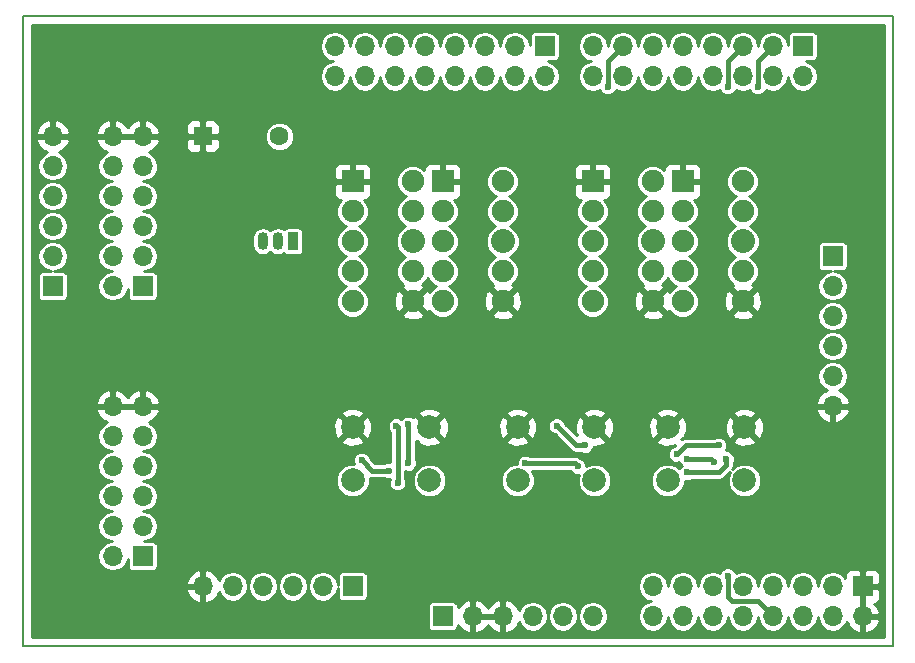
<source format=gbr>
G04 #@! TF.FileFunction,Copper,L1,Top,Signal*
%FSLAX46Y46*%
G04 Gerber Fmt 4.6, Leading zero omitted, Abs format (unit mm)*
G04 Created by KiCad (PCBNEW 4.0.7) date Fri Jun  7 08:16:43 2019*
%MOMM*%
%LPD*%
G01*
G04 APERTURE LIST*
%ADD10C,0.100000*%
%ADD11C,0.150000*%
%ADD12R,1.899920X1.899920*%
%ADD13C,1.899920*%
%ADD14C,2.032000*%
%ADD15R,1.700000X1.700000*%
%ADD16O,1.700000X1.700000*%
%ADD17R,1.600000X1.600000*%
%ADD18C,1.600000*%
%ADD19O,0.900000X1.500000*%
%ADD20R,0.900000X1.500000*%
%ADD21C,2.000000*%
%ADD22C,0.600000*%
%ADD23C,0.400000*%
%ADD24C,0.254000*%
G04 APERTURE END LIST*
D10*
D11*
X17780000Y-71120000D02*
X17780000Y-17780000D01*
X91440000Y-71120000D02*
X17780000Y-71120000D01*
X91440000Y-17780000D02*
X91440000Y-71120000D01*
X17780000Y-17780000D02*
X91440000Y-17780000D01*
D12*
X45720000Y-31750000D03*
D13*
X45720000Y-34290000D03*
X45720000Y-36830000D03*
X45720000Y-39370000D03*
X45720000Y-41910000D03*
X50800000Y-41910000D03*
X50800000Y-39370000D03*
D14*
X50800000Y-36830000D03*
D13*
X50800000Y-34290000D03*
X50800000Y-31750000D03*
D12*
X66040000Y-31750000D03*
D13*
X66040000Y-34290000D03*
X66040000Y-36830000D03*
X66040000Y-39370000D03*
X66040000Y-41910000D03*
X71120000Y-41910000D03*
X71120000Y-39370000D03*
D14*
X71120000Y-36830000D03*
D13*
X71120000Y-34290000D03*
X71120000Y-31750000D03*
D12*
X73660000Y-31750000D03*
D13*
X73660000Y-34290000D03*
X73660000Y-36830000D03*
X73660000Y-39370000D03*
X73660000Y-41910000D03*
X78740000Y-41910000D03*
X78740000Y-39370000D03*
D14*
X78740000Y-36830000D03*
D13*
X78740000Y-34290000D03*
X78740000Y-31750000D03*
D12*
X53340000Y-31750000D03*
D13*
X53340000Y-34290000D03*
X53340000Y-36830000D03*
X53340000Y-39370000D03*
X53340000Y-41910000D03*
X58420000Y-41910000D03*
X58420000Y-39370000D03*
D14*
X58420000Y-36830000D03*
D13*
X58420000Y-34290000D03*
X58420000Y-31750000D03*
D15*
X20320000Y-40640000D03*
D16*
X20320000Y-38100000D03*
X20320000Y-35560000D03*
X20320000Y-33020000D03*
X20320000Y-30480000D03*
X20320000Y-27940000D03*
D15*
X88900000Y-66040000D03*
D16*
X88900000Y-68580000D03*
X86360000Y-66040000D03*
X86360000Y-68580000D03*
X83820000Y-66040000D03*
X83820000Y-68580000D03*
X81280000Y-66040000D03*
X81280000Y-68580000D03*
X78740000Y-66040000D03*
X78740000Y-68580000D03*
X76200000Y-66040000D03*
X76200000Y-68580000D03*
X73660000Y-66040000D03*
X73660000Y-68580000D03*
X71120000Y-66040000D03*
X71120000Y-68580000D03*
D15*
X45720000Y-66040000D03*
D16*
X43180000Y-66040000D03*
X40640000Y-66040000D03*
X38100000Y-66040000D03*
X35560000Y-66040000D03*
X33020000Y-66040000D03*
D15*
X61976000Y-20320000D03*
D16*
X61976000Y-22860000D03*
X59436000Y-20320000D03*
X59436000Y-22860000D03*
X56896000Y-20320000D03*
X56896000Y-22860000D03*
X54356000Y-20320000D03*
X54356000Y-22860000D03*
X51816000Y-20320000D03*
X51816000Y-22860000D03*
X49276000Y-20320000D03*
X49276000Y-22860000D03*
X46736000Y-20320000D03*
X46736000Y-22860000D03*
X44196000Y-20320000D03*
X44196000Y-22860000D03*
D15*
X53340000Y-68580000D03*
D16*
X55880000Y-68580000D03*
X58420000Y-68580000D03*
X60960000Y-68580000D03*
X63500000Y-68580000D03*
X66040000Y-68580000D03*
D15*
X83820000Y-20320000D03*
D16*
X83820000Y-22860000D03*
X81280000Y-20320000D03*
X81280000Y-22860000D03*
X78740000Y-20320000D03*
X78740000Y-22860000D03*
X76200000Y-20320000D03*
X76200000Y-22860000D03*
X73660000Y-20320000D03*
X73660000Y-22860000D03*
X71120000Y-20320000D03*
X71120000Y-22860000D03*
X68580000Y-20320000D03*
X68580000Y-22860000D03*
X66040000Y-20320000D03*
X66040000Y-22860000D03*
D15*
X86360000Y-38100000D03*
D16*
X86360000Y-40640000D03*
X86360000Y-43180000D03*
X86360000Y-45720000D03*
X86360000Y-48260000D03*
X86360000Y-50800000D03*
D15*
X27940000Y-40640000D03*
D16*
X25400000Y-40640000D03*
X27940000Y-38100000D03*
X25400000Y-38100000D03*
X27940000Y-35560000D03*
X25400000Y-35560000D03*
X27940000Y-33020000D03*
X25400000Y-33020000D03*
X27940000Y-30480000D03*
X25400000Y-30480000D03*
X27940000Y-27940000D03*
X25400000Y-27940000D03*
D15*
X27940000Y-63500000D03*
D16*
X25400000Y-63500000D03*
X27940000Y-60960000D03*
X25400000Y-60960000D03*
X27940000Y-58420000D03*
X25400000Y-58420000D03*
X27940000Y-55880000D03*
X25400000Y-55880000D03*
X27940000Y-53340000D03*
X25400000Y-53340000D03*
X27940000Y-50800000D03*
X25400000Y-50800000D03*
D17*
X33020000Y-27940000D03*
D18*
X39520000Y-27940000D03*
D19*
X39370000Y-36830000D03*
X38100000Y-36830000D03*
D20*
X40640000Y-36830000D03*
D21*
X45720000Y-57078000D03*
X45720000Y-52578000D03*
X52220000Y-57078000D03*
X52220000Y-52578000D03*
X59690000Y-57078000D03*
X59690000Y-52578000D03*
X66190000Y-57078000D03*
X66190000Y-52578000D03*
X72390000Y-57078000D03*
X72390000Y-52578000D03*
X78890000Y-57078000D03*
X78890000Y-52578000D03*
D22*
X74041000Y-56388000D03*
X77343000Y-55245000D03*
X62992000Y-52451000D03*
X65405000Y-54102000D03*
X73152000Y-54864000D03*
X76708000Y-54102000D03*
X74041000Y-55245000D03*
X76327000Y-55499000D03*
X77470000Y-65151000D03*
X50419000Y-52324000D03*
X50419000Y-55626000D03*
X49530000Y-57277000D03*
X49403000Y-52451000D03*
X48768000Y-56261000D03*
X46482000Y-55372000D03*
X60325000Y-55626000D03*
X64770000Y-55880000D03*
X80010000Y-23749000D03*
X77470000Y-23749000D03*
X67310000Y-23749000D03*
D23*
X76708000Y-56388000D02*
X77343000Y-55753000D01*
X76581000Y-56388000D02*
X76708000Y-56388000D01*
X76581000Y-56388000D02*
X74041000Y-56388000D01*
X77343000Y-55753000D02*
X77343000Y-55245000D01*
X64643000Y-54102000D02*
X65405000Y-54102000D01*
X62992000Y-52451000D02*
X64643000Y-54102000D01*
X65405000Y-54102000D02*
X65278000Y-54102000D01*
X73152000Y-54864000D02*
X73914000Y-54102000D01*
X73914000Y-54102000D02*
X76708000Y-54102000D01*
X74041000Y-55245000D02*
X76073000Y-55245000D01*
X76073000Y-55245000D02*
X76327000Y-55499000D01*
X81280000Y-68580000D02*
X80010000Y-67310000D01*
X77470000Y-66929000D02*
X77470000Y-65151000D01*
X77851000Y-67310000D02*
X77470000Y-66929000D01*
X80010000Y-67310000D02*
X77851000Y-67310000D01*
X50419000Y-52324000D02*
X50419000Y-55626000D01*
X49530000Y-52578000D02*
X49530000Y-57277000D01*
X49403000Y-52451000D02*
X49530000Y-52578000D01*
X47371000Y-56261000D02*
X48768000Y-56261000D01*
X46482000Y-55372000D02*
X47371000Y-56261000D01*
X64770000Y-55880000D02*
X64516000Y-55626000D01*
X64516000Y-55626000D02*
X60325000Y-55626000D01*
X81280000Y-20320000D02*
X80010000Y-21590000D01*
X80010000Y-21590000D02*
X80010000Y-23749000D01*
X77470000Y-21590000D02*
X77470000Y-23749000D01*
X78740000Y-20320000D02*
X77470000Y-21590000D01*
X68580000Y-20320000D02*
X67310000Y-21590000D01*
X67310000Y-21590000D02*
X67310000Y-23749000D01*
D24*
G36*
X90678000Y-70358000D02*
X18542000Y-70358000D01*
X18542000Y-67730000D01*
X52054635Y-67730000D01*
X52054635Y-69430000D01*
X52084409Y-69588237D01*
X52177927Y-69733567D01*
X52320619Y-69831064D01*
X52490000Y-69865365D01*
X54190000Y-69865365D01*
X54348237Y-69835591D01*
X54493567Y-69742073D01*
X54591064Y-69599381D01*
X54625365Y-69430000D01*
X54625365Y-69334764D01*
X54684817Y-69461358D01*
X55113076Y-69851645D01*
X55523110Y-70021476D01*
X55753000Y-69900155D01*
X55753000Y-68707000D01*
X56007000Y-68707000D01*
X56007000Y-69900155D01*
X56236890Y-70021476D01*
X56646924Y-69851645D01*
X57075183Y-69461358D01*
X57150000Y-69302046D01*
X57224817Y-69461358D01*
X57653076Y-69851645D01*
X58063110Y-70021476D01*
X58293000Y-69900155D01*
X58293000Y-68707000D01*
X56007000Y-68707000D01*
X55753000Y-68707000D01*
X55733000Y-68707000D01*
X55733000Y-68453000D01*
X55753000Y-68453000D01*
X55753000Y-67259845D01*
X56007000Y-67259845D01*
X56007000Y-68453000D01*
X58293000Y-68453000D01*
X58293000Y-67259845D01*
X58547000Y-67259845D01*
X58547000Y-68453000D01*
X58567000Y-68453000D01*
X58567000Y-68707000D01*
X58547000Y-68707000D01*
X58547000Y-69900155D01*
X58776890Y-70021476D01*
X59186924Y-69851645D01*
X59615183Y-69461358D01*
X59784691Y-69100417D01*
X60057025Y-69507993D01*
X60471313Y-69784812D01*
X60960000Y-69882018D01*
X61448687Y-69784812D01*
X61862975Y-69507993D01*
X62139794Y-69093705D01*
X62230000Y-68640209D01*
X62320206Y-69093705D01*
X62597025Y-69507993D01*
X63011313Y-69784812D01*
X63500000Y-69882018D01*
X63988687Y-69784812D01*
X64402975Y-69507993D01*
X64679794Y-69093705D01*
X64770000Y-68640209D01*
X64860206Y-69093705D01*
X65137025Y-69507993D01*
X65551313Y-69784812D01*
X66040000Y-69882018D01*
X66528687Y-69784812D01*
X66942975Y-69507993D01*
X67219794Y-69093705D01*
X67317000Y-68605018D01*
X67317000Y-68554982D01*
X67219794Y-68066295D01*
X66942975Y-67652007D01*
X66528687Y-67375188D01*
X66040000Y-67277982D01*
X65551313Y-67375188D01*
X65137025Y-67652007D01*
X64860206Y-68066295D01*
X64770000Y-68519791D01*
X64679794Y-68066295D01*
X64402975Y-67652007D01*
X63988687Y-67375188D01*
X63500000Y-67277982D01*
X63011313Y-67375188D01*
X62597025Y-67652007D01*
X62320206Y-68066295D01*
X62230000Y-68519791D01*
X62139794Y-68066295D01*
X61862975Y-67652007D01*
X61448687Y-67375188D01*
X60960000Y-67277982D01*
X60471313Y-67375188D01*
X60057025Y-67652007D01*
X59784691Y-68059583D01*
X59615183Y-67698642D01*
X59186924Y-67308355D01*
X58776890Y-67138524D01*
X58547000Y-67259845D01*
X58293000Y-67259845D01*
X58063110Y-67138524D01*
X57653076Y-67308355D01*
X57224817Y-67698642D01*
X57150000Y-67857954D01*
X57075183Y-67698642D01*
X56646924Y-67308355D01*
X56236890Y-67138524D01*
X56007000Y-67259845D01*
X55753000Y-67259845D01*
X55523110Y-67138524D01*
X55113076Y-67308355D01*
X54684817Y-67698642D01*
X54625365Y-67825236D01*
X54625365Y-67730000D01*
X54595591Y-67571763D01*
X54502073Y-67426433D01*
X54359381Y-67328936D01*
X54190000Y-67294635D01*
X52490000Y-67294635D01*
X52331763Y-67324409D01*
X52186433Y-67417927D01*
X52088936Y-67560619D01*
X52054635Y-67730000D01*
X18542000Y-67730000D01*
X18542000Y-66396892D01*
X31578514Y-66396892D01*
X31824817Y-66921358D01*
X32253076Y-67311645D01*
X32663110Y-67481476D01*
X32893000Y-67360155D01*
X32893000Y-66167000D01*
X31699181Y-66167000D01*
X31578514Y-66396892D01*
X18542000Y-66396892D01*
X18542000Y-65683108D01*
X31578514Y-65683108D01*
X31699181Y-65913000D01*
X32893000Y-65913000D01*
X32893000Y-64719845D01*
X33147000Y-64719845D01*
X33147000Y-65913000D01*
X33167000Y-65913000D01*
X33167000Y-66167000D01*
X33147000Y-66167000D01*
X33147000Y-67360155D01*
X33376890Y-67481476D01*
X33786924Y-67311645D01*
X34215183Y-66921358D01*
X34384691Y-66560417D01*
X34657025Y-66967993D01*
X35071313Y-67244812D01*
X35560000Y-67342018D01*
X36048687Y-67244812D01*
X36462975Y-66967993D01*
X36739794Y-66553705D01*
X36830000Y-66100209D01*
X36920206Y-66553705D01*
X37197025Y-66967993D01*
X37611313Y-67244812D01*
X38100000Y-67342018D01*
X38588687Y-67244812D01*
X39002975Y-66967993D01*
X39279794Y-66553705D01*
X39370000Y-66100209D01*
X39460206Y-66553705D01*
X39737025Y-66967993D01*
X40151313Y-67244812D01*
X40640000Y-67342018D01*
X41128687Y-67244812D01*
X41542975Y-66967993D01*
X41819794Y-66553705D01*
X41910000Y-66100209D01*
X42000206Y-66553705D01*
X42277025Y-66967993D01*
X42691313Y-67244812D01*
X43180000Y-67342018D01*
X43668687Y-67244812D01*
X44082975Y-66967993D01*
X44359794Y-66553705D01*
X44434635Y-66177454D01*
X44434635Y-66890000D01*
X44464409Y-67048237D01*
X44557927Y-67193567D01*
X44700619Y-67291064D01*
X44870000Y-67325365D01*
X46570000Y-67325365D01*
X46728237Y-67295591D01*
X46873567Y-67202073D01*
X46971064Y-67059381D01*
X47005365Y-66890000D01*
X47005365Y-66014982D01*
X69843000Y-66014982D01*
X69843000Y-66065018D01*
X69940206Y-66553705D01*
X70217025Y-66967993D01*
X70631313Y-67244812D01*
X70959035Y-67310000D01*
X70631313Y-67375188D01*
X70217025Y-67652007D01*
X69940206Y-68066295D01*
X69843000Y-68554982D01*
X69843000Y-68605018D01*
X69940206Y-69093705D01*
X70217025Y-69507993D01*
X70631313Y-69784812D01*
X71120000Y-69882018D01*
X71608687Y-69784812D01*
X72022975Y-69507993D01*
X72299794Y-69093705D01*
X72390000Y-68640209D01*
X72480206Y-69093705D01*
X72757025Y-69507993D01*
X73171313Y-69784812D01*
X73660000Y-69882018D01*
X74148687Y-69784812D01*
X74562975Y-69507993D01*
X74839794Y-69093705D01*
X74930000Y-68640209D01*
X75020206Y-69093705D01*
X75297025Y-69507993D01*
X75711313Y-69784812D01*
X76200000Y-69882018D01*
X76688687Y-69784812D01*
X77102975Y-69507993D01*
X77379794Y-69093705D01*
X77470000Y-68640209D01*
X77560206Y-69093705D01*
X77837025Y-69507993D01*
X78251313Y-69784812D01*
X78740000Y-69882018D01*
X79228687Y-69784812D01*
X79642975Y-69507993D01*
X79919794Y-69093705D01*
X80010000Y-68640209D01*
X80100206Y-69093705D01*
X80377025Y-69507993D01*
X80791313Y-69784812D01*
X81280000Y-69882018D01*
X81768687Y-69784812D01*
X82182975Y-69507993D01*
X82459794Y-69093705D01*
X82550000Y-68640209D01*
X82640206Y-69093705D01*
X82917025Y-69507993D01*
X83331313Y-69784812D01*
X83820000Y-69882018D01*
X84308687Y-69784812D01*
X84722975Y-69507993D01*
X84999794Y-69093705D01*
X85090000Y-68640209D01*
X85180206Y-69093705D01*
X85457025Y-69507993D01*
X85871313Y-69784812D01*
X86360000Y-69882018D01*
X86848687Y-69784812D01*
X87262975Y-69507993D01*
X87535309Y-69100417D01*
X87704817Y-69461358D01*
X88133076Y-69851645D01*
X88543110Y-70021476D01*
X88773000Y-69900155D01*
X88773000Y-68707000D01*
X89027000Y-68707000D01*
X89027000Y-69900155D01*
X89256890Y-70021476D01*
X89666924Y-69851645D01*
X90095183Y-69461358D01*
X90341486Y-68936892D01*
X90220819Y-68707000D01*
X89027000Y-68707000D01*
X88773000Y-68707000D01*
X88753000Y-68707000D01*
X88753000Y-68453000D01*
X88773000Y-68453000D01*
X88773000Y-66167000D01*
X89027000Y-66167000D01*
X89027000Y-68453000D01*
X90220819Y-68453000D01*
X90341486Y-68223108D01*
X90095183Y-67698642D01*
X89895792Y-67516930D01*
X90109699Y-67428327D01*
X90288327Y-67249698D01*
X90385000Y-67016309D01*
X90385000Y-66325750D01*
X90226250Y-66167000D01*
X89027000Y-66167000D01*
X88773000Y-66167000D01*
X88753000Y-66167000D01*
X88753000Y-65913000D01*
X88773000Y-65913000D01*
X88773000Y-64713750D01*
X89027000Y-64713750D01*
X89027000Y-65913000D01*
X90226250Y-65913000D01*
X90385000Y-65754250D01*
X90385000Y-65063691D01*
X90288327Y-64830302D01*
X90109699Y-64651673D01*
X89876310Y-64555000D01*
X89185750Y-64555000D01*
X89027000Y-64713750D01*
X88773000Y-64713750D01*
X88614250Y-64555000D01*
X87923690Y-64555000D01*
X87690301Y-64651673D01*
X87511673Y-64830302D01*
X87415000Y-65063691D01*
X87415000Y-65339528D01*
X87262975Y-65112007D01*
X86848687Y-64835188D01*
X86360000Y-64737982D01*
X85871313Y-64835188D01*
X85457025Y-65112007D01*
X85180206Y-65526295D01*
X85090000Y-65979791D01*
X84999794Y-65526295D01*
X84722975Y-65112007D01*
X84308687Y-64835188D01*
X83820000Y-64737982D01*
X83331313Y-64835188D01*
X82917025Y-65112007D01*
X82640206Y-65526295D01*
X82550000Y-65979791D01*
X82459794Y-65526295D01*
X82182975Y-65112007D01*
X81768687Y-64835188D01*
X81280000Y-64737982D01*
X80791313Y-64835188D01*
X80377025Y-65112007D01*
X80100206Y-65526295D01*
X80010000Y-65979791D01*
X79919794Y-65526295D01*
X79642975Y-65112007D01*
X79228687Y-64835188D01*
X78740000Y-64737982D01*
X78251313Y-64835188D01*
X78153209Y-64900739D01*
X78086680Y-64739725D01*
X77882350Y-64535039D01*
X77615244Y-64424126D01*
X77326025Y-64423874D01*
X77058725Y-64534320D01*
X76854039Y-64738650D01*
X76786746Y-64900709D01*
X76688687Y-64835188D01*
X76200000Y-64737982D01*
X75711313Y-64835188D01*
X75297025Y-65112007D01*
X75020206Y-65526295D01*
X74930000Y-65979791D01*
X74839794Y-65526295D01*
X74562975Y-65112007D01*
X74148687Y-64835188D01*
X73660000Y-64737982D01*
X73171313Y-64835188D01*
X72757025Y-65112007D01*
X72480206Y-65526295D01*
X72390000Y-65979791D01*
X72299794Y-65526295D01*
X72022975Y-65112007D01*
X71608687Y-64835188D01*
X71120000Y-64737982D01*
X70631313Y-64835188D01*
X70217025Y-65112007D01*
X69940206Y-65526295D01*
X69843000Y-66014982D01*
X47005365Y-66014982D01*
X47005365Y-65190000D01*
X46975591Y-65031763D01*
X46882073Y-64886433D01*
X46739381Y-64788936D01*
X46570000Y-64754635D01*
X44870000Y-64754635D01*
X44711763Y-64784409D01*
X44566433Y-64877927D01*
X44468936Y-65020619D01*
X44434635Y-65190000D01*
X44434635Y-65902546D01*
X44359794Y-65526295D01*
X44082975Y-65112007D01*
X43668687Y-64835188D01*
X43180000Y-64737982D01*
X42691313Y-64835188D01*
X42277025Y-65112007D01*
X42000206Y-65526295D01*
X41910000Y-65979791D01*
X41819794Y-65526295D01*
X41542975Y-65112007D01*
X41128687Y-64835188D01*
X40640000Y-64737982D01*
X40151313Y-64835188D01*
X39737025Y-65112007D01*
X39460206Y-65526295D01*
X39370000Y-65979791D01*
X39279794Y-65526295D01*
X39002975Y-65112007D01*
X38588687Y-64835188D01*
X38100000Y-64737982D01*
X37611313Y-64835188D01*
X37197025Y-65112007D01*
X36920206Y-65526295D01*
X36830000Y-65979791D01*
X36739794Y-65526295D01*
X36462975Y-65112007D01*
X36048687Y-64835188D01*
X35560000Y-64737982D01*
X35071313Y-64835188D01*
X34657025Y-65112007D01*
X34384691Y-65519583D01*
X34215183Y-65158642D01*
X33786924Y-64768355D01*
X33376890Y-64598524D01*
X33147000Y-64719845D01*
X32893000Y-64719845D01*
X32663110Y-64598524D01*
X32253076Y-64768355D01*
X31824817Y-65158642D01*
X31578514Y-65683108D01*
X18542000Y-65683108D01*
X18542000Y-51156890D01*
X23958524Y-51156890D01*
X24128355Y-51566924D01*
X24518642Y-51995183D01*
X24879583Y-52164691D01*
X24472007Y-52437025D01*
X24195188Y-52851313D01*
X24097982Y-53340000D01*
X24195188Y-53828687D01*
X24472007Y-54242975D01*
X24886295Y-54519794D01*
X25339791Y-54610000D01*
X24886295Y-54700206D01*
X24472007Y-54977025D01*
X24195188Y-55391313D01*
X24097982Y-55880000D01*
X24195188Y-56368687D01*
X24472007Y-56782975D01*
X24886295Y-57059794D01*
X25339791Y-57150000D01*
X24886295Y-57240206D01*
X24472007Y-57517025D01*
X24195188Y-57931313D01*
X24097982Y-58420000D01*
X24195188Y-58908687D01*
X24472007Y-59322975D01*
X24886295Y-59599794D01*
X25339791Y-59690000D01*
X24886295Y-59780206D01*
X24472007Y-60057025D01*
X24195188Y-60471313D01*
X24097982Y-60960000D01*
X24195188Y-61448687D01*
X24472007Y-61862975D01*
X24886295Y-62139794D01*
X25339791Y-62230000D01*
X24886295Y-62320206D01*
X24472007Y-62597025D01*
X24195188Y-63011313D01*
X24097982Y-63500000D01*
X24195188Y-63988687D01*
X24472007Y-64402975D01*
X24886295Y-64679794D01*
X25374982Y-64777000D01*
X25425018Y-64777000D01*
X25913705Y-64679794D01*
X26327993Y-64402975D01*
X26604812Y-63988687D01*
X26654635Y-63738210D01*
X26654635Y-64350000D01*
X26684409Y-64508237D01*
X26777927Y-64653567D01*
X26920619Y-64751064D01*
X27090000Y-64785365D01*
X28790000Y-64785365D01*
X28948237Y-64755591D01*
X29093567Y-64662073D01*
X29191064Y-64519381D01*
X29225365Y-64350000D01*
X29225365Y-62650000D01*
X29195591Y-62491763D01*
X29102073Y-62346433D01*
X28959381Y-62248936D01*
X28790000Y-62214635D01*
X28077454Y-62214635D01*
X28453705Y-62139794D01*
X28867993Y-61862975D01*
X29144812Y-61448687D01*
X29242018Y-60960000D01*
X29144812Y-60471313D01*
X28867993Y-60057025D01*
X28453705Y-59780206D01*
X28000209Y-59690000D01*
X28453705Y-59599794D01*
X28867993Y-59322975D01*
X29144812Y-58908687D01*
X29242018Y-58420000D01*
X29144812Y-57931313D01*
X28867993Y-57517025D01*
X28633892Y-57360603D01*
X44292752Y-57360603D01*
X44509543Y-57885275D01*
X44910614Y-58287047D01*
X45434907Y-58504752D01*
X46002603Y-58505248D01*
X46527275Y-58288457D01*
X46929047Y-57887386D01*
X47146752Y-57363093D01*
X47147206Y-56843485D01*
X47371000Y-56888000D01*
X48382235Y-56888000D01*
X48622756Y-56987874D01*
X48862785Y-56988083D01*
X48803126Y-57131756D01*
X48802874Y-57420975D01*
X48913320Y-57688275D01*
X49117650Y-57892961D01*
X49384756Y-58003874D01*
X49673975Y-58004126D01*
X49941275Y-57893680D01*
X50145961Y-57689350D01*
X50256874Y-57422244D01*
X50256927Y-57360603D01*
X50792752Y-57360603D01*
X51009543Y-57885275D01*
X51410614Y-58287047D01*
X51934907Y-58504752D01*
X52502603Y-58505248D01*
X53027275Y-58288457D01*
X53429047Y-57887386D01*
X53646752Y-57363093D01*
X53646754Y-57360603D01*
X58262752Y-57360603D01*
X58479543Y-57885275D01*
X58880614Y-58287047D01*
X59404907Y-58504752D01*
X59972603Y-58505248D01*
X60497275Y-58288457D01*
X60899047Y-57887386D01*
X61116752Y-57363093D01*
X61117248Y-56795397D01*
X60900457Y-56270725D01*
X60882763Y-56253000D01*
X64137505Y-56253000D01*
X64153320Y-56291275D01*
X64357650Y-56495961D01*
X64624756Y-56606874D01*
X64840417Y-56607062D01*
X64763248Y-56792907D01*
X64762752Y-57360603D01*
X64979543Y-57885275D01*
X65380614Y-58287047D01*
X65904907Y-58504752D01*
X66472603Y-58505248D01*
X66997275Y-58288457D01*
X67399047Y-57887386D01*
X67616752Y-57363093D01*
X67616754Y-57360603D01*
X70962752Y-57360603D01*
X71179543Y-57885275D01*
X71580614Y-58287047D01*
X72104907Y-58504752D01*
X72672603Y-58505248D01*
X73197275Y-58288457D01*
X73599047Y-57887386D01*
X73816752Y-57363093D01*
X73816997Y-57082170D01*
X73895756Y-57114874D01*
X74184975Y-57115126D01*
X74427299Y-57015000D01*
X76708000Y-57015000D01*
X76947943Y-56967272D01*
X77151356Y-56831356D01*
X77657417Y-56325295D01*
X77463248Y-56792907D01*
X77462752Y-57360603D01*
X77679543Y-57885275D01*
X78080614Y-58287047D01*
X78604907Y-58504752D01*
X79172603Y-58505248D01*
X79697275Y-58288457D01*
X80099047Y-57887386D01*
X80316752Y-57363093D01*
X80317248Y-56795397D01*
X80100457Y-56270725D01*
X79699386Y-55868953D01*
X79175093Y-55651248D01*
X78607397Y-55650752D01*
X78082725Y-55867543D01*
X77852497Y-56097370D01*
X77922273Y-55992942D01*
X77970000Y-55753000D01*
X77970000Y-55630765D01*
X78069874Y-55390244D01*
X78070126Y-55101025D01*
X77959680Y-54833725D01*
X77755350Y-54629039D01*
X77488244Y-54518126D01*
X77320325Y-54517980D01*
X77323961Y-54514350D01*
X77434874Y-54247244D01*
X77435126Y-53958025D01*
X77341128Y-53730532D01*
X77917073Y-53730532D01*
X78015736Y-53997387D01*
X78625461Y-54223908D01*
X79275460Y-54199856D01*
X79764264Y-53997387D01*
X79862927Y-53730532D01*
X78890000Y-52757605D01*
X77917073Y-53730532D01*
X77341128Y-53730532D01*
X77324680Y-53690725D01*
X77120350Y-53486039D01*
X76853244Y-53375126D01*
X76564025Y-53374874D01*
X76321701Y-53475000D01*
X73914000Y-53475000D01*
X73674058Y-53522727D01*
X73578311Y-53586703D01*
X73542534Y-53550926D01*
X73809387Y-53452264D01*
X74035908Y-52842539D01*
X74016331Y-52313461D01*
X77244092Y-52313461D01*
X77268144Y-52963460D01*
X77470613Y-53452264D01*
X77737468Y-53550927D01*
X78710395Y-52578000D01*
X79069605Y-52578000D01*
X80042532Y-53550927D01*
X80309387Y-53452264D01*
X80535908Y-52842539D01*
X80511856Y-52192540D01*
X80309387Y-51703736D01*
X80042532Y-51605073D01*
X79069605Y-52578000D01*
X78710395Y-52578000D01*
X77737468Y-51605073D01*
X77470613Y-51703736D01*
X77244092Y-52313461D01*
X74016331Y-52313461D01*
X74011856Y-52192540D01*
X73809387Y-51703736D01*
X73542532Y-51605073D01*
X72569605Y-52578000D01*
X72583748Y-52592143D01*
X72404143Y-52771748D01*
X72390000Y-52757605D01*
X71417073Y-53730532D01*
X71515736Y-53997387D01*
X72125461Y-54223908D01*
X72775460Y-54199856D01*
X73038306Y-54090982D01*
X72981422Y-54147866D01*
X72740725Y-54247320D01*
X72536039Y-54451650D01*
X72425126Y-54718756D01*
X72424874Y-55007975D01*
X72535320Y-55275275D01*
X72739650Y-55479961D01*
X73006756Y-55590874D01*
X73295975Y-55591126D01*
X73382610Y-55555329D01*
X73424320Y-55656275D01*
X73584366Y-55816600D01*
X73425039Y-55975650D01*
X73390039Y-56059939D01*
X73199386Y-55868953D01*
X72675093Y-55651248D01*
X72107397Y-55650752D01*
X71582725Y-55867543D01*
X71180953Y-56268614D01*
X70963248Y-56792907D01*
X70962752Y-57360603D01*
X67616754Y-57360603D01*
X67617248Y-56795397D01*
X67400457Y-56270725D01*
X66999386Y-55868953D01*
X66475093Y-55651248D01*
X65907397Y-55650752D01*
X65497053Y-55820304D01*
X65497126Y-55736025D01*
X65386680Y-55468725D01*
X65182350Y-55264039D01*
X64915244Y-55153126D01*
X64915179Y-55153126D01*
X64914802Y-55152874D01*
X64755943Y-55046728D01*
X64516000Y-54999000D01*
X60710765Y-54999000D01*
X60470244Y-54899126D01*
X60181025Y-54898874D01*
X59913725Y-55009320D01*
X59709039Y-55213650D01*
X59598126Y-55480756D01*
X59597978Y-55650919D01*
X59407397Y-55650752D01*
X58882725Y-55867543D01*
X58480953Y-56268614D01*
X58263248Y-56792907D01*
X58262752Y-57360603D01*
X53646754Y-57360603D01*
X53647248Y-56795397D01*
X53430457Y-56270725D01*
X53029386Y-55868953D01*
X52505093Y-55651248D01*
X51937397Y-55650752D01*
X51412725Y-55867543D01*
X51010953Y-56268614D01*
X50793248Y-56792907D01*
X50792752Y-57360603D01*
X50256927Y-57360603D01*
X50257126Y-57133025D01*
X50157000Y-56890701D01*
X50157000Y-56304392D01*
X50273756Y-56352874D01*
X50562975Y-56353126D01*
X50830275Y-56242680D01*
X51034961Y-56038350D01*
X51145874Y-55771244D01*
X51146126Y-55482025D01*
X51046000Y-55239701D01*
X51046000Y-53758020D01*
X51132794Y-53844814D01*
X51247074Y-53730534D01*
X51345736Y-53997387D01*
X51955461Y-54223908D01*
X52605460Y-54199856D01*
X53094264Y-53997387D01*
X53192927Y-53730532D01*
X58717073Y-53730532D01*
X58815736Y-53997387D01*
X59425461Y-54223908D01*
X60075460Y-54199856D01*
X60564264Y-53997387D01*
X60662927Y-53730532D01*
X59690000Y-52757605D01*
X58717073Y-53730532D01*
X53192927Y-53730532D01*
X52220000Y-52757605D01*
X52205858Y-52771748D01*
X52026253Y-52592143D01*
X52040395Y-52578000D01*
X52399605Y-52578000D01*
X53372532Y-53550927D01*
X53639387Y-53452264D01*
X53865908Y-52842539D01*
X53846331Y-52313461D01*
X58044092Y-52313461D01*
X58068144Y-52963460D01*
X58270613Y-53452264D01*
X58537468Y-53550927D01*
X59510395Y-52578000D01*
X59869605Y-52578000D01*
X60842532Y-53550927D01*
X61109387Y-53452264D01*
X61335908Y-52842539D01*
X61326748Y-52594975D01*
X62264874Y-52594975D01*
X62375320Y-52862275D01*
X62579650Y-53066961D01*
X62821799Y-53167511D01*
X64199644Y-54545356D01*
X64403058Y-54681273D01*
X64643000Y-54729000D01*
X65019235Y-54729000D01*
X65259756Y-54828874D01*
X65548975Y-54829126D01*
X65816275Y-54718680D01*
X66020961Y-54514350D01*
X66131874Y-54247244D01*
X66131901Y-54216269D01*
X66575460Y-54199856D01*
X67064264Y-53997387D01*
X67162927Y-53730532D01*
X66190000Y-52757605D01*
X66175858Y-52771748D01*
X65996253Y-52592143D01*
X66010395Y-52578000D01*
X66369605Y-52578000D01*
X67342532Y-53550927D01*
X67609387Y-53452264D01*
X67835908Y-52842539D01*
X67816331Y-52313461D01*
X70744092Y-52313461D01*
X70768144Y-52963460D01*
X70970613Y-53452264D01*
X71237468Y-53550927D01*
X72210395Y-52578000D01*
X71237468Y-51605073D01*
X70970613Y-51703736D01*
X70744092Y-52313461D01*
X67816331Y-52313461D01*
X67811856Y-52192540D01*
X67609387Y-51703736D01*
X67342532Y-51605073D01*
X66369605Y-52578000D01*
X66010395Y-52578000D01*
X65037468Y-51605073D01*
X64770613Y-51703736D01*
X64544092Y-52313461D01*
X64568144Y-52963460D01*
X64693282Y-53265570D01*
X63708134Y-52280422D01*
X63608680Y-52039725D01*
X63404350Y-51835039D01*
X63137244Y-51724126D01*
X62848025Y-51723874D01*
X62580725Y-51834320D01*
X62376039Y-52038650D01*
X62265126Y-52305756D01*
X62264874Y-52594975D01*
X61326748Y-52594975D01*
X61311856Y-52192540D01*
X61109387Y-51703736D01*
X60842532Y-51605073D01*
X59869605Y-52578000D01*
X59510395Y-52578000D01*
X58537468Y-51605073D01*
X58270613Y-51703736D01*
X58044092Y-52313461D01*
X53846331Y-52313461D01*
X53841856Y-52192540D01*
X53639387Y-51703736D01*
X53372532Y-51605073D01*
X52399605Y-52578000D01*
X52040395Y-52578000D01*
X51067468Y-51605073D01*
X50811391Y-51699751D01*
X50564244Y-51597126D01*
X50275025Y-51596874D01*
X50007725Y-51707320D01*
X49847511Y-51867256D01*
X49815350Y-51835039D01*
X49548244Y-51724126D01*
X49259025Y-51723874D01*
X48991725Y-51834320D01*
X48787039Y-52038650D01*
X48676126Y-52305756D01*
X48675874Y-52594975D01*
X48786320Y-52862275D01*
X48903000Y-52979158D01*
X48903000Y-55534117D01*
X48624025Y-55533874D01*
X48381701Y-55634000D01*
X47630712Y-55634000D01*
X47198134Y-55201422D01*
X47098680Y-54960725D01*
X46894350Y-54756039D01*
X46627244Y-54645126D01*
X46338025Y-54644874D01*
X46070725Y-54755320D01*
X45866039Y-54959650D01*
X45755126Y-55226756D01*
X45754874Y-55515975D01*
X45810697Y-55651078D01*
X45437397Y-55650752D01*
X44912725Y-55867543D01*
X44510953Y-56268614D01*
X44293248Y-56792907D01*
X44292752Y-57360603D01*
X28633892Y-57360603D01*
X28453705Y-57240206D01*
X28000209Y-57150000D01*
X28453705Y-57059794D01*
X28867993Y-56782975D01*
X29144812Y-56368687D01*
X29242018Y-55880000D01*
X29144812Y-55391313D01*
X28867993Y-54977025D01*
X28453705Y-54700206D01*
X28000209Y-54610000D01*
X28453705Y-54519794D01*
X28867993Y-54242975D01*
X29144812Y-53828687D01*
X29164336Y-53730532D01*
X44747073Y-53730532D01*
X44845736Y-53997387D01*
X45455461Y-54223908D01*
X46105460Y-54199856D01*
X46594264Y-53997387D01*
X46692927Y-53730532D01*
X45720000Y-52757605D01*
X44747073Y-53730532D01*
X29164336Y-53730532D01*
X29242018Y-53340000D01*
X29144812Y-52851313D01*
X28867993Y-52437025D01*
X28683067Y-52313461D01*
X44074092Y-52313461D01*
X44098144Y-52963460D01*
X44300613Y-53452264D01*
X44567468Y-53550927D01*
X45540395Y-52578000D01*
X45899605Y-52578000D01*
X46872532Y-53550927D01*
X47139387Y-53452264D01*
X47365908Y-52842539D01*
X47341856Y-52192540D01*
X47139387Y-51703736D01*
X46872532Y-51605073D01*
X45899605Y-52578000D01*
X45540395Y-52578000D01*
X44567468Y-51605073D01*
X44300613Y-51703736D01*
X44074092Y-52313461D01*
X28683067Y-52313461D01*
X28460417Y-52164691D01*
X28821358Y-51995183D01*
X29211645Y-51566924D01*
X29270234Y-51425468D01*
X44747073Y-51425468D01*
X45720000Y-52398395D01*
X46692927Y-51425468D01*
X51247073Y-51425468D01*
X52220000Y-52398395D01*
X53192927Y-51425468D01*
X58717073Y-51425468D01*
X59690000Y-52398395D01*
X60662927Y-51425468D01*
X65217073Y-51425468D01*
X66190000Y-52398395D01*
X67162927Y-51425468D01*
X71417073Y-51425468D01*
X72390000Y-52398395D01*
X73362927Y-51425468D01*
X77917073Y-51425468D01*
X78890000Y-52398395D01*
X79862927Y-51425468D01*
X79764264Y-51158613D01*
X79759627Y-51156890D01*
X84918524Y-51156890D01*
X85088355Y-51566924D01*
X85478642Y-51995183D01*
X86003108Y-52241486D01*
X86233000Y-52120819D01*
X86233000Y-50927000D01*
X86487000Y-50927000D01*
X86487000Y-52120819D01*
X86716892Y-52241486D01*
X87241358Y-51995183D01*
X87631645Y-51566924D01*
X87801476Y-51156890D01*
X87680155Y-50927000D01*
X86487000Y-50927000D01*
X86233000Y-50927000D01*
X85039845Y-50927000D01*
X84918524Y-51156890D01*
X79759627Y-51156890D01*
X79154539Y-50932092D01*
X78504540Y-50956144D01*
X78015736Y-51158613D01*
X77917073Y-51425468D01*
X73362927Y-51425468D01*
X73264264Y-51158613D01*
X72654539Y-50932092D01*
X72004540Y-50956144D01*
X71515736Y-51158613D01*
X71417073Y-51425468D01*
X67162927Y-51425468D01*
X67064264Y-51158613D01*
X66454539Y-50932092D01*
X65804540Y-50956144D01*
X65315736Y-51158613D01*
X65217073Y-51425468D01*
X60662927Y-51425468D01*
X60564264Y-51158613D01*
X59954539Y-50932092D01*
X59304540Y-50956144D01*
X58815736Y-51158613D01*
X58717073Y-51425468D01*
X53192927Y-51425468D01*
X53094264Y-51158613D01*
X52484539Y-50932092D01*
X51834540Y-50956144D01*
X51345736Y-51158613D01*
X51247073Y-51425468D01*
X46692927Y-51425468D01*
X46594264Y-51158613D01*
X45984539Y-50932092D01*
X45334540Y-50956144D01*
X44845736Y-51158613D01*
X44747073Y-51425468D01*
X29270234Y-51425468D01*
X29381476Y-51156890D01*
X29260155Y-50927000D01*
X28067000Y-50927000D01*
X28067000Y-50947000D01*
X27813000Y-50947000D01*
X27813000Y-50927000D01*
X25527000Y-50927000D01*
X25527000Y-50947000D01*
X25273000Y-50947000D01*
X25273000Y-50927000D01*
X24079845Y-50927000D01*
X23958524Y-51156890D01*
X18542000Y-51156890D01*
X18542000Y-50443110D01*
X23958524Y-50443110D01*
X24079845Y-50673000D01*
X25273000Y-50673000D01*
X25273000Y-49479181D01*
X25527000Y-49479181D01*
X25527000Y-50673000D01*
X27813000Y-50673000D01*
X27813000Y-49479181D01*
X28067000Y-49479181D01*
X28067000Y-50673000D01*
X29260155Y-50673000D01*
X29381476Y-50443110D01*
X84918524Y-50443110D01*
X85039845Y-50673000D01*
X86233000Y-50673000D01*
X86233000Y-50653000D01*
X86487000Y-50653000D01*
X86487000Y-50673000D01*
X87680155Y-50673000D01*
X87801476Y-50443110D01*
X87631645Y-50033076D01*
X87241358Y-49604817D01*
X86880417Y-49435309D01*
X87287993Y-49162975D01*
X87564812Y-48748687D01*
X87662018Y-48260000D01*
X87564812Y-47771313D01*
X87287993Y-47357025D01*
X86873705Y-47080206D01*
X86420209Y-46990000D01*
X86873705Y-46899794D01*
X87287993Y-46622975D01*
X87564812Y-46208687D01*
X87662018Y-45720000D01*
X87564812Y-45231313D01*
X87287993Y-44817025D01*
X86873705Y-44540206D01*
X86420209Y-44450000D01*
X86873705Y-44359794D01*
X87287993Y-44082975D01*
X87564812Y-43668687D01*
X87662018Y-43180000D01*
X87564812Y-42691313D01*
X87287993Y-42277025D01*
X86873705Y-42000206D01*
X86420209Y-41910000D01*
X86873705Y-41819794D01*
X87287993Y-41542975D01*
X87564812Y-41128687D01*
X87662018Y-40640000D01*
X87564812Y-40151313D01*
X87287993Y-39737025D01*
X86873705Y-39460206D01*
X86497454Y-39385365D01*
X87210000Y-39385365D01*
X87368237Y-39355591D01*
X87513567Y-39262073D01*
X87611064Y-39119381D01*
X87645365Y-38950000D01*
X87645365Y-37250000D01*
X87615591Y-37091763D01*
X87522073Y-36946433D01*
X87379381Y-36848936D01*
X87210000Y-36814635D01*
X85510000Y-36814635D01*
X85351763Y-36844409D01*
X85206433Y-36937927D01*
X85108936Y-37080619D01*
X85074635Y-37250000D01*
X85074635Y-38950000D01*
X85104409Y-39108237D01*
X85197927Y-39253567D01*
X85340619Y-39351064D01*
X85510000Y-39385365D01*
X86222546Y-39385365D01*
X85846295Y-39460206D01*
X85432007Y-39737025D01*
X85155188Y-40151313D01*
X85057982Y-40640000D01*
X85155188Y-41128687D01*
X85432007Y-41542975D01*
X85846295Y-41819794D01*
X86299791Y-41910000D01*
X85846295Y-42000206D01*
X85432007Y-42277025D01*
X85155188Y-42691313D01*
X85057982Y-43180000D01*
X85155188Y-43668687D01*
X85432007Y-44082975D01*
X85846295Y-44359794D01*
X86299791Y-44450000D01*
X85846295Y-44540206D01*
X85432007Y-44817025D01*
X85155188Y-45231313D01*
X85057982Y-45720000D01*
X85155188Y-46208687D01*
X85432007Y-46622975D01*
X85846295Y-46899794D01*
X86299791Y-46990000D01*
X85846295Y-47080206D01*
X85432007Y-47357025D01*
X85155188Y-47771313D01*
X85057982Y-48260000D01*
X85155188Y-48748687D01*
X85432007Y-49162975D01*
X85839583Y-49435309D01*
X85478642Y-49604817D01*
X85088355Y-50033076D01*
X84918524Y-50443110D01*
X29381476Y-50443110D01*
X29211645Y-50033076D01*
X28821358Y-49604817D01*
X28296892Y-49358514D01*
X28067000Y-49479181D01*
X27813000Y-49479181D01*
X27583108Y-49358514D01*
X27058642Y-49604817D01*
X26670000Y-50031271D01*
X26281358Y-49604817D01*
X25756892Y-49358514D01*
X25527000Y-49479181D01*
X25273000Y-49479181D01*
X25043108Y-49358514D01*
X24518642Y-49604817D01*
X24128355Y-50033076D01*
X23958524Y-50443110D01*
X18542000Y-50443110D01*
X18542000Y-28296890D01*
X18878524Y-28296890D01*
X19048355Y-28706924D01*
X19438642Y-29135183D01*
X19799583Y-29304691D01*
X19392007Y-29577025D01*
X19115188Y-29991313D01*
X19017982Y-30480000D01*
X19115188Y-30968687D01*
X19392007Y-31382975D01*
X19806295Y-31659794D01*
X20259791Y-31750000D01*
X19806295Y-31840206D01*
X19392007Y-32117025D01*
X19115188Y-32531313D01*
X19017982Y-33020000D01*
X19115188Y-33508687D01*
X19392007Y-33922975D01*
X19806295Y-34199794D01*
X20259791Y-34290000D01*
X19806295Y-34380206D01*
X19392007Y-34657025D01*
X19115188Y-35071313D01*
X19017982Y-35560000D01*
X19115188Y-36048687D01*
X19392007Y-36462975D01*
X19806295Y-36739794D01*
X20259791Y-36830000D01*
X19806295Y-36920206D01*
X19392007Y-37197025D01*
X19115188Y-37611313D01*
X19017982Y-38100000D01*
X19115188Y-38588687D01*
X19392007Y-39002975D01*
X19806295Y-39279794D01*
X20182546Y-39354635D01*
X19470000Y-39354635D01*
X19311763Y-39384409D01*
X19166433Y-39477927D01*
X19068936Y-39620619D01*
X19034635Y-39790000D01*
X19034635Y-41490000D01*
X19064409Y-41648237D01*
X19157927Y-41793567D01*
X19300619Y-41891064D01*
X19470000Y-41925365D01*
X21170000Y-41925365D01*
X21328237Y-41895591D01*
X21473567Y-41802073D01*
X21571064Y-41659381D01*
X21605365Y-41490000D01*
X21605365Y-39790000D01*
X21575591Y-39631763D01*
X21482073Y-39486433D01*
X21339381Y-39388936D01*
X21170000Y-39354635D01*
X20457454Y-39354635D01*
X20833705Y-39279794D01*
X21247993Y-39002975D01*
X21524812Y-38588687D01*
X21622018Y-38100000D01*
X21524812Y-37611313D01*
X21247993Y-37197025D01*
X20833705Y-36920206D01*
X20380209Y-36830000D01*
X20833705Y-36739794D01*
X21247993Y-36462975D01*
X21524812Y-36048687D01*
X21622018Y-35560000D01*
X21524812Y-35071313D01*
X21247993Y-34657025D01*
X20833705Y-34380206D01*
X20380209Y-34290000D01*
X20833705Y-34199794D01*
X21247993Y-33922975D01*
X21524812Y-33508687D01*
X21622018Y-33020000D01*
X21524812Y-32531313D01*
X21247993Y-32117025D01*
X20833705Y-31840206D01*
X20380209Y-31750000D01*
X20833705Y-31659794D01*
X21247993Y-31382975D01*
X21524812Y-30968687D01*
X21622018Y-30480000D01*
X21524812Y-29991313D01*
X21247993Y-29577025D01*
X20840417Y-29304691D01*
X21201358Y-29135183D01*
X21591645Y-28706924D01*
X21761476Y-28296890D01*
X23958524Y-28296890D01*
X24128355Y-28706924D01*
X24518642Y-29135183D01*
X24879583Y-29304691D01*
X24472007Y-29577025D01*
X24195188Y-29991313D01*
X24097982Y-30480000D01*
X24195188Y-30968687D01*
X24472007Y-31382975D01*
X24886295Y-31659794D01*
X25339791Y-31750000D01*
X24886295Y-31840206D01*
X24472007Y-32117025D01*
X24195188Y-32531313D01*
X24097982Y-33020000D01*
X24195188Y-33508687D01*
X24472007Y-33922975D01*
X24886295Y-34199794D01*
X25339791Y-34290000D01*
X24886295Y-34380206D01*
X24472007Y-34657025D01*
X24195188Y-35071313D01*
X24097982Y-35560000D01*
X24195188Y-36048687D01*
X24472007Y-36462975D01*
X24886295Y-36739794D01*
X25339791Y-36830000D01*
X24886295Y-36920206D01*
X24472007Y-37197025D01*
X24195188Y-37611313D01*
X24097982Y-38100000D01*
X24195188Y-38588687D01*
X24472007Y-39002975D01*
X24886295Y-39279794D01*
X25339791Y-39370000D01*
X24886295Y-39460206D01*
X24472007Y-39737025D01*
X24195188Y-40151313D01*
X24097982Y-40640000D01*
X24195188Y-41128687D01*
X24472007Y-41542975D01*
X24886295Y-41819794D01*
X25374982Y-41917000D01*
X25425018Y-41917000D01*
X25913705Y-41819794D01*
X26327993Y-41542975D01*
X26604812Y-41128687D01*
X26654635Y-40878210D01*
X26654635Y-41490000D01*
X26684409Y-41648237D01*
X26777927Y-41793567D01*
X26920619Y-41891064D01*
X27090000Y-41925365D01*
X28790000Y-41925365D01*
X28948237Y-41895591D01*
X29093567Y-41802073D01*
X29191064Y-41659381D01*
X29225365Y-41490000D01*
X29225365Y-39790000D01*
X29195591Y-39631763D01*
X29102073Y-39486433D01*
X28959381Y-39388936D01*
X28790000Y-39354635D01*
X28077454Y-39354635D01*
X28453705Y-39279794D01*
X28867993Y-39002975D01*
X29144812Y-38588687D01*
X29242018Y-38100000D01*
X29144812Y-37611313D01*
X28867993Y-37197025D01*
X28453705Y-36920206D01*
X28000209Y-36830000D01*
X28453705Y-36739794D01*
X28802193Y-36506941D01*
X37223000Y-36506941D01*
X37223000Y-37153059D01*
X37289758Y-37488672D01*
X37479867Y-37773192D01*
X37764387Y-37963301D01*
X38100000Y-38030059D01*
X38435613Y-37963301D01*
X38720133Y-37773192D01*
X38735000Y-37750942D01*
X38749867Y-37773192D01*
X39034387Y-37963301D01*
X39370000Y-38030059D01*
X39705613Y-37963301D01*
X39861996Y-37858810D01*
X39877927Y-37883567D01*
X40020619Y-37981064D01*
X40190000Y-38015365D01*
X41090000Y-38015365D01*
X41248237Y-37985591D01*
X41393567Y-37892073D01*
X41491064Y-37749381D01*
X41525365Y-37580000D01*
X41525365Y-36080000D01*
X41495591Y-35921763D01*
X41402073Y-35776433D01*
X41259381Y-35678936D01*
X41090000Y-35644635D01*
X40190000Y-35644635D01*
X40031763Y-35674409D01*
X39886433Y-35767927D01*
X39863170Y-35801974D01*
X39705613Y-35696699D01*
X39370000Y-35629941D01*
X39034387Y-35696699D01*
X38749867Y-35886808D01*
X38735000Y-35909058D01*
X38720133Y-35886808D01*
X38435613Y-35696699D01*
X38100000Y-35629941D01*
X37764387Y-35696699D01*
X37479867Y-35886808D01*
X37289758Y-36171328D01*
X37223000Y-36506941D01*
X28802193Y-36506941D01*
X28867993Y-36462975D01*
X29144812Y-36048687D01*
X29242018Y-35560000D01*
X29144812Y-35071313D01*
X28867993Y-34657025D01*
X28453705Y-34380206D01*
X28000209Y-34290000D01*
X28453705Y-34199794D01*
X28867993Y-33922975D01*
X29144812Y-33508687D01*
X29242018Y-33020000D01*
X29144812Y-32531313D01*
X28867993Y-32117025D01*
X28746357Y-32035750D01*
X44135040Y-32035750D01*
X44135040Y-32826270D01*
X44231713Y-33059659D01*
X44410342Y-33238287D01*
X44643731Y-33334960D01*
X44727692Y-33334960D01*
X44553351Y-33508997D01*
X44343280Y-34014904D01*
X44342802Y-34562693D01*
X44551990Y-35068966D01*
X44938997Y-35456649D01*
X45187881Y-35559995D01*
X44941034Y-35661990D01*
X44553351Y-36048997D01*
X44343280Y-36554904D01*
X44342802Y-37102693D01*
X44551990Y-37608966D01*
X44938997Y-37996649D01*
X45187881Y-38099995D01*
X44941034Y-38201990D01*
X44553351Y-38588997D01*
X44343280Y-39094904D01*
X44342802Y-39642693D01*
X44551990Y-40148966D01*
X44938997Y-40536649D01*
X45187881Y-40639995D01*
X44941034Y-40741990D01*
X44553351Y-41128997D01*
X44343280Y-41634904D01*
X44342802Y-42182693D01*
X44551990Y-42688966D01*
X44938997Y-43076649D01*
X45444904Y-43286720D01*
X45992693Y-43287198D01*
X46498966Y-43078010D01*
X46550745Y-43026321D01*
X49863284Y-43026321D01*
X49955815Y-43287986D01*
X50547407Y-43506149D01*
X51177454Y-43481312D01*
X51644185Y-43287986D01*
X51736716Y-43026321D01*
X50800000Y-42089605D01*
X49863284Y-43026321D01*
X46550745Y-43026321D01*
X46886649Y-42691003D01*
X47096720Y-42185096D01*
X47097180Y-41657407D01*
X49203851Y-41657407D01*
X49228688Y-42287454D01*
X49422014Y-42754185D01*
X49683679Y-42846716D01*
X50620395Y-41910000D01*
X49683679Y-40973284D01*
X49422014Y-41065815D01*
X49203851Y-41657407D01*
X47097180Y-41657407D01*
X47097198Y-41637307D01*
X46888010Y-41131034D01*
X46501003Y-40743351D01*
X46252119Y-40640005D01*
X46498966Y-40538010D01*
X46886649Y-40151003D01*
X47096720Y-39645096D01*
X47097198Y-39097307D01*
X46888010Y-38591034D01*
X46501003Y-38203351D01*
X46252119Y-38100005D01*
X46498966Y-37998010D01*
X46886649Y-37611003D01*
X47092287Y-37115771D01*
X49356750Y-37115771D01*
X49575971Y-37646326D01*
X49981539Y-38052603D01*
X50181564Y-38135660D01*
X50021034Y-38201990D01*
X49633351Y-38588997D01*
X49423280Y-39094904D01*
X49422802Y-39642693D01*
X49631990Y-40148966D01*
X49997241Y-40514855D01*
X49955815Y-40532014D01*
X49863284Y-40793679D01*
X50800000Y-41730395D01*
X51736716Y-40793679D01*
X51644185Y-40532014D01*
X51600946Y-40516069D01*
X51966649Y-40151003D01*
X52069995Y-39902119D01*
X52171990Y-40148966D01*
X52558997Y-40536649D01*
X52807881Y-40639995D01*
X52561034Y-40741990D01*
X52195145Y-41107241D01*
X52177986Y-41065815D01*
X51916321Y-40973284D01*
X50979605Y-41910000D01*
X51916321Y-42846716D01*
X52177986Y-42754185D01*
X52193931Y-42710946D01*
X52558997Y-43076649D01*
X53064904Y-43286720D01*
X53612693Y-43287198D01*
X54118966Y-43078010D01*
X54170745Y-43026321D01*
X57483284Y-43026321D01*
X57575815Y-43287986D01*
X58167407Y-43506149D01*
X58797454Y-43481312D01*
X59264185Y-43287986D01*
X59356716Y-43026321D01*
X58420000Y-42089605D01*
X57483284Y-43026321D01*
X54170745Y-43026321D01*
X54506649Y-42691003D01*
X54716720Y-42185096D01*
X54717180Y-41657407D01*
X56823851Y-41657407D01*
X56848688Y-42287454D01*
X57042014Y-42754185D01*
X57303679Y-42846716D01*
X58240395Y-41910000D01*
X58599605Y-41910000D01*
X59536321Y-42846716D01*
X59797986Y-42754185D01*
X60016149Y-42162593D01*
X59991312Y-41532546D01*
X59797986Y-41065815D01*
X59536321Y-40973284D01*
X58599605Y-41910000D01*
X58240395Y-41910000D01*
X57303679Y-40973284D01*
X57042014Y-41065815D01*
X56823851Y-41657407D01*
X54717180Y-41657407D01*
X54717198Y-41637307D01*
X54508010Y-41131034D01*
X54121003Y-40743351D01*
X53872119Y-40640005D01*
X54118966Y-40538010D01*
X54506649Y-40151003D01*
X54716720Y-39645096D01*
X54717198Y-39097307D01*
X54508010Y-38591034D01*
X54121003Y-38203351D01*
X53872119Y-38100005D01*
X54118966Y-37998010D01*
X54506649Y-37611003D01*
X54712287Y-37115771D01*
X56976750Y-37115771D01*
X57195971Y-37646326D01*
X57601539Y-38052603D01*
X57801564Y-38135660D01*
X57641034Y-38201990D01*
X57253351Y-38588997D01*
X57043280Y-39094904D01*
X57042802Y-39642693D01*
X57251990Y-40148966D01*
X57617241Y-40514855D01*
X57575815Y-40532014D01*
X57483284Y-40793679D01*
X58420000Y-41730395D01*
X59356716Y-40793679D01*
X59264185Y-40532014D01*
X59220946Y-40516069D01*
X59586649Y-40151003D01*
X59796720Y-39645096D01*
X59797198Y-39097307D01*
X59588010Y-38591034D01*
X59201003Y-38203351D01*
X59038374Y-38135821D01*
X59236326Y-38054029D01*
X59642603Y-37648461D01*
X59862749Y-37118290D01*
X59863250Y-36544229D01*
X59644029Y-36013674D01*
X59238461Y-35607397D01*
X59038436Y-35524340D01*
X59198966Y-35458010D01*
X59586649Y-35071003D01*
X59796720Y-34565096D01*
X59797198Y-34017307D01*
X59588010Y-33511034D01*
X59201003Y-33123351D01*
X58952119Y-33020005D01*
X59198966Y-32918010D01*
X59586649Y-32531003D01*
X59792296Y-32035750D01*
X64455040Y-32035750D01*
X64455040Y-32826270D01*
X64551713Y-33059659D01*
X64730342Y-33238287D01*
X64963731Y-33334960D01*
X65047692Y-33334960D01*
X64873351Y-33508997D01*
X64663280Y-34014904D01*
X64662802Y-34562693D01*
X64871990Y-35068966D01*
X65258997Y-35456649D01*
X65507881Y-35559995D01*
X65261034Y-35661990D01*
X64873351Y-36048997D01*
X64663280Y-36554904D01*
X64662802Y-37102693D01*
X64871990Y-37608966D01*
X65258997Y-37996649D01*
X65507881Y-38099995D01*
X65261034Y-38201990D01*
X64873351Y-38588997D01*
X64663280Y-39094904D01*
X64662802Y-39642693D01*
X64871990Y-40148966D01*
X65258997Y-40536649D01*
X65507881Y-40639995D01*
X65261034Y-40741990D01*
X64873351Y-41128997D01*
X64663280Y-41634904D01*
X64662802Y-42182693D01*
X64871990Y-42688966D01*
X65258997Y-43076649D01*
X65764904Y-43286720D01*
X66312693Y-43287198D01*
X66818966Y-43078010D01*
X66870745Y-43026321D01*
X70183284Y-43026321D01*
X70275815Y-43287986D01*
X70867407Y-43506149D01*
X71497454Y-43481312D01*
X71964185Y-43287986D01*
X72056716Y-43026321D01*
X71120000Y-42089605D01*
X70183284Y-43026321D01*
X66870745Y-43026321D01*
X67206649Y-42691003D01*
X67416720Y-42185096D01*
X67417180Y-41657407D01*
X69523851Y-41657407D01*
X69548688Y-42287454D01*
X69742014Y-42754185D01*
X70003679Y-42846716D01*
X70940395Y-41910000D01*
X70003679Y-40973284D01*
X69742014Y-41065815D01*
X69523851Y-41657407D01*
X67417180Y-41657407D01*
X67417198Y-41637307D01*
X67208010Y-41131034D01*
X66821003Y-40743351D01*
X66572119Y-40640005D01*
X66818966Y-40538010D01*
X67206649Y-40151003D01*
X67416720Y-39645096D01*
X67417198Y-39097307D01*
X67208010Y-38591034D01*
X66821003Y-38203351D01*
X66572119Y-38100005D01*
X66818966Y-37998010D01*
X67206649Y-37611003D01*
X67412287Y-37115771D01*
X69676750Y-37115771D01*
X69895971Y-37646326D01*
X70301539Y-38052603D01*
X70501564Y-38135660D01*
X70341034Y-38201990D01*
X69953351Y-38588997D01*
X69743280Y-39094904D01*
X69742802Y-39642693D01*
X69951990Y-40148966D01*
X70317241Y-40514855D01*
X70275815Y-40532014D01*
X70183284Y-40793679D01*
X71120000Y-41730395D01*
X72056716Y-40793679D01*
X71964185Y-40532014D01*
X71920946Y-40516069D01*
X72286649Y-40151003D01*
X72389995Y-39902119D01*
X72491990Y-40148966D01*
X72878997Y-40536649D01*
X73127881Y-40639995D01*
X72881034Y-40741990D01*
X72515145Y-41107241D01*
X72497986Y-41065815D01*
X72236321Y-40973284D01*
X71299605Y-41910000D01*
X72236321Y-42846716D01*
X72497986Y-42754185D01*
X72513931Y-42710946D01*
X72878997Y-43076649D01*
X73384904Y-43286720D01*
X73932693Y-43287198D01*
X74438966Y-43078010D01*
X74490745Y-43026321D01*
X77803284Y-43026321D01*
X77895815Y-43287986D01*
X78487407Y-43506149D01*
X79117454Y-43481312D01*
X79584185Y-43287986D01*
X79676716Y-43026321D01*
X78740000Y-42089605D01*
X77803284Y-43026321D01*
X74490745Y-43026321D01*
X74826649Y-42691003D01*
X75036720Y-42185096D01*
X75037180Y-41657407D01*
X77143851Y-41657407D01*
X77168688Y-42287454D01*
X77362014Y-42754185D01*
X77623679Y-42846716D01*
X78560395Y-41910000D01*
X78919605Y-41910000D01*
X79856321Y-42846716D01*
X80117986Y-42754185D01*
X80336149Y-42162593D01*
X80311312Y-41532546D01*
X80117986Y-41065815D01*
X79856321Y-40973284D01*
X78919605Y-41910000D01*
X78560395Y-41910000D01*
X77623679Y-40973284D01*
X77362014Y-41065815D01*
X77143851Y-41657407D01*
X75037180Y-41657407D01*
X75037198Y-41637307D01*
X74828010Y-41131034D01*
X74441003Y-40743351D01*
X74192119Y-40640005D01*
X74438966Y-40538010D01*
X74826649Y-40151003D01*
X75036720Y-39645096D01*
X75037198Y-39097307D01*
X74828010Y-38591034D01*
X74441003Y-38203351D01*
X74192119Y-38100005D01*
X74438966Y-37998010D01*
X74826649Y-37611003D01*
X75032287Y-37115771D01*
X77296750Y-37115771D01*
X77515971Y-37646326D01*
X77921539Y-38052603D01*
X78121564Y-38135660D01*
X77961034Y-38201990D01*
X77573351Y-38588997D01*
X77363280Y-39094904D01*
X77362802Y-39642693D01*
X77571990Y-40148966D01*
X77937241Y-40514855D01*
X77895815Y-40532014D01*
X77803284Y-40793679D01*
X78740000Y-41730395D01*
X79676716Y-40793679D01*
X79584185Y-40532014D01*
X79540946Y-40516069D01*
X79906649Y-40151003D01*
X80116720Y-39645096D01*
X80117198Y-39097307D01*
X79908010Y-38591034D01*
X79521003Y-38203351D01*
X79358374Y-38135821D01*
X79556326Y-38054029D01*
X79962603Y-37648461D01*
X80182749Y-37118290D01*
X80183250Y-36544229D01*
X79964029Y-36013674D01*
X79558461Y-35607397D01*
X79358436Y-35524340D01*
X79518966Y-35458010D01*
X79906649Y-35071003D01*
X80116720Y-34565096D01*
X80117198Y-34017307D01*
X79908010Y-33511034D01*
X79521003Y-33123351D01*
X79272119Y-33020005D01*
X79518966Y-32918010D01*
X79906649Y-32531003D01*
X80116720Y-32025096D01*
X80117198Y-31477307D01*
X79908010Y-30971034D01*
X79521003Y-30583351D01*
X79015096Y-30373280D01*
X78467307Y-30372802D01*
X77961034Y-30581990D01*
X77573351Y-30968997D01*
X77363280Y-31474904D01*
X77362802Y-32022693D01*
X77571990Y-32528966D01*
X77958997Y-32916649D01*
X78207881Y-33019995D01*
X77961034Y-33121990D01*
X77573351Y-33508997D01*
X77363280Y-34014904D01*
X77362802Y-34562693D01*
X77571990Y-35068966D01*
X77958997Y-35456649D01*
X78121626Y-35524179D01*
X77923674Y-35605971D01*
X77517397Y-36011539D01*
X77297251Y-36541710D01*
X77296750Y-37115771D01*
X75032287Y-37115771D01*
X75036720Y-37105096D01*
X75037198Y-36557307D01*
X74828010Y-36051034D01*
X74441003Y-35663351D01*
X74192119Y-35560005D01*
X74438966Y-35458010D01*
X74826649Y-35071003D01*
X75036720Y-34565096D01*
X75037198Y-34017307D01*
X74828010Y-33511034D01*
X74652243Y-33334960D01*
X74736269Y-33334960D01*
X74969658Y-33238287D01*
X75148287Y-33059659D01*
X75244960Y-32826270D01*
X75244960Y-32035750D01*
X75086210Y-31877000D01*
X73787000Y-31877000D01*
X73787000Y-31897000D01*
X73533000Y-31897000D01*
X73533000Y-31877000D01*
X73513000Y-31877000D01*
X73513000Y-31623000D01*
X73533000Y-31623000D01*
X73533000Y-30323790D01*
X73787000Y-30323790D01*
X73787000Y-31623000D01*
X75086210Y-31623000D01*
X75244960Y-31464250D01*
X75244960Y-30673730D01*
X75148287Y-30440341D01*
X74969658Y-30261713D01*
X74736269Y-30165040D01*
X73945750Y-30165040D01*
X73787000Y-30323790D01*
X73533000Y-30323790D01*
X73374250Y-30165040D01*
X72583731Y-30165040D01*
X72350342Y-30261713D01*
X72171713Y-30440341D01*
X72075040Y-30673730D01*
X72075040Y-30757692D01*
X71901003Y-30583351D01*
X71395096Y-30373280D01*
X70847307Y-30372802D01*
X70341034Y-30581990D01*
X69953351Y-30968997D01*
X69743280Y-31474904D01*
X69742802Y-32022693D01*
X69951990Y-32528966D01*
X70338997Y-32916649D01*
X70587881Y-33019995D01*
X70341034Y-33121990D01*
X69953351Y-33508997D01*
X69743280Y-34014904D01*
X69742802Y-34562693D01*
X69951990Y-35068966D01*
X70338997Y-35456649D01*
X70501626Y-35524179D01*
X70303674Y-35605971D01*
X69897397Y-36011539D01*
X69677251Y-36541710D01*
X69676750Y-37115771D01*
X67412287Y-37115771D01*
X67416720Y-37105096D01*
X67417198Y-36557307D01*
X67208010Y-36051034D01*
X66821003Y-35663351D01*
X66572119Y-35560005D01*
X66818966Y-35458010D01*
X67206649Y-35071003D01*
X67416720Y-34565096D01*
X67417198Y-34017307D01*
X67208010Y-33511034D01*
X67032243Y-33334960D01*
X67116269Y-33334960D01*
X67349658Y-33238287D01*
X67528287Y-33059659D01*
X67624960Y-32826270D01*
X67624960Y-32035750D01*
X67466210Y-31877000D01*
X66167000Y-31877000D01*
X66167000Y-31897000D01*
X65913000Y-31897000D01*
X65913000Y-31877000D01*
X64613790Y-31877000D01*
X64455040Y-32035750D01*
X59792296Y-32035750D01*
X59796720Y-32025096D01*
X59797198Y-31477307D01*
X59588010Y-30971034D01*
X59291225Y-30673730D01*
X64455040Y-30673730D01*
X64455040Y-31464250D01*
X64613790Y-31623000D01*
X65913000Y-31623000D01*
X65913000Y-30323790D01*
X66167000Y-30323790D01*
X66167000Y-31623000D01*
X67466210Y-31623000D01*
X67624960Y-31464250D01*
X67624960Y-30673730D01*
X67528287Y-30440341D01*
X67349658Y-30261713D01*
X67116269Y-30165040D01*
X66325750Y-30165040D01*
X66167000Y-30323790D01*
X65913000Y-30323790D01*
X65754250Y-30165040D01*
X64963731Y-30165040D01*
X64730342Y-30261713D01*
X64551713Y-30440341D01*
X64455040Y-30673730D01*
X59291225Y-30673730D01*
X59201003Y-30583351D01*
X58695096Y-30373280D01*
X58147307Y-30372802D01*
X57641034Y-30581990D01*
X57253351Y-30968997D01*
X57043280Y-31474904D01*
X57042802Y-32022693D01*
X57251990Y-32528966D01*
X57638997Y-32916649D01*
X57887881Y-33019995D01*
X57641034Y-33121990D01*
X57253351Y-33508997D01*
X57043280Y-34014904D01*
X57042802Y-34562693D01*
X57251990Y-35068966D01*
X57638997Y-35456649D01*
X57801626Y-35524179D01*
X57603674Y-35605971D01*
X57197397Y-36011539D01*
X56977251Y-36541710D01*
X56976750Y-37115771D01*
X54712287Y-37115771D01*
X54716720Y-37105096D01*
X54717198Y-36557307D01*
X54508010Y-36051034D01*
X54121003Y-35663351D01*
X53872119Y-35560005D01*
X54118966Y-35458010D01*
X54506649Y-35071003D01*
X54716720Y-34565096D01*
X54717198Y-34017307D01*
X54508010Y-33511034D01*
X54332243Y-33334960D01*
X54416269Y-33334960D01*
X54649658Y-33238287D01*
X54828287Y-33059659D01*
X54924960Y-32826270D01*
X54924960Y-32035750D01*
X54766210Y-31877000D01*
X53467000Y-31877000D01*
X53467000Y-31897000D01*
X53213000Y-31897000D01*
X53213000Y-31877000D01*
X53193000Y-31877000D01*
X53193000Y-31623000D01*
X53213000Y-31623000D01*
X53213000Y-30323790D01*
X53467000Y-30323790D01*
X53467000Y-31623000D01*
X54766210Y-31623000D01*
X54924960Y-31464250D01*
X54924960Y-30673730D01*
X54828287Y-30440341D01*
X54649658Y-30261713D01*
X54416269Y-30165040D01*
X53625750Y-30165040D01*
X53467000Y-30323790D01*
X53213000Y-30323790D01*
X53054250Y-30165040D01*
X52263731Y-30165040D01*
X52030342Y-30261713D01*
X51851713Y-30440341D01*
X51755040Y-30673730D01*
X51755040Y-30757692D01*
X51581003Y-30583351D01*
X51075096Y-30373280D01*
X50527307Y-30372802D01*
X50021034Y-30581990D01*
X49633351Y-30968997D01*
X49423280Y-31474904D01*
X49422802Y-32022693D01*
X49631990Y-32528966D01*
X50018997Y-32916649D01*
X50267881Y-33019995D01*
X50021034Y-33121990D01*
X49633351Y-33508997D01*
X49423280Y-34014904D01*
X49422802Y-34562693D01*
X49631990Y-35068966D01*
X50018997Y-35456649D01*
X50181626Y-35524179D01*
X49983674Y-35605971D01*
X49577397Y-36011539D01*
X49357251Y-36541710D01*
X49356750Y-37115771D01*
X47092287Y-37115771D01*
X47096720Y-37105096D01*
X47097198Y-36557307D01*
X46888010Y-36051034D01*
X46501003Y-35663351D01*
X46252119Y-35560005D01*
X46498966Y-35458010D01*
X46886649Y-35071003D01*
X47096720Y-34565096D01*
X47097198Y-34017307D01*
X46888010Y-33511034D01*
X46712243Y-33334960D01*
X46796269Y-33334960D01*
X47029658Y-33238287D01*
X47208287Y-33059659D01*
X47304960Y-32826270D01*
X47304960Y-32035750D01*
X47146210Y-31877000D01*
X45847000Y-31877000D01*
X45847000Y-31897000D01*
X45593000Y-31897000D01*
X45593000Y-31877000D01*
X44293790Y-31877000D01*
X44135040Y-32035750D01*
X28746357Y-32035750D01*
X28453705Y-31840206D01*
X28000209Y-31750000D01*
X28453705Y-31659794D01*
X28867993Y-31382975D01*
X29144812Y-30968687D01*
X29203482Y-30673730D01*
X44135040Y-30673730D01*
X44135040Y-31464250D01*
X44293790Y-31623000D01*
X45593000Y-31623000D01*
X45593000Y-30323790D01*
X45847000Y-30323790D01*
X45847000Y-31623000D01*
X47146210Y-31623000D01*
X47304960Y-31464250D01*
X47304960Y-30673730D01*
X47208287Y-30440341D01*
X47029658Y-30261713D01*
X46796269Y-30165040D01*
X46005750Y-30165040D01*
X45847000Y-30323790D01*
X45593000Y-30323790D01*
X45434250Y-30165040D01*
X44643731Y-30165040D01*
X44410342Y-30261713D01*
X44231713Y-30440341D01*
X44135040Y-30673730D01*
X29203482Y-30673730D01*
X29242018Y-30480000D01*
X29144812Y-29991313D01*
X28867993Y-29577025D01*
X28460417Y-29304691D01*
X28821358Y-29135183D01*
X29211645Y-28706924D01*
X29381476Y-28296890D01*
X29343933Y-28225750D01*
X31585000Y-28225750D01*
X31585000Y-28866310D01*
X31681673Y-29099699D01*
X31860302Y-29278327D01*
X32093691Y-29375000D01*
X32734250Y-29375000D01*
X32893000Y-29216250D01*
X32893000Y-28067000D01*
X33147000Y-28067000D01*
X33147000Y-29216250D01*
X33305750Y-29375000D01*
X33946309Y-29375000D01*
X34179698Y-29278327D01*
X34358327Y-29099699D01*
X34455000Y-28866310D01*
X34455000Y-28225750D01*
X34412245Y-28182995D01*
X38292788Y-28182995D01*
X38479194Y-28634131D01*
X38824053Y-28979593D01*
X39274864Y-29166786D01*
X39762995Y-29167212D01*
X40214131Y-28980806D01*
X40559593Y-28635947D01*
X40746786Y-28185136D01*
X40747212Y-27697005D01*
X40560806Y-27245869D01*
X40215947Y-26900407D01*
X39765136Y-26713214D01*
X39277005Y-26712788D01*
X38825869Y-26899194D01*
X38480407Y-27244053D01*
X38293214Y-27694864D01*
X38292788Y-28182995D01*
X34412245Y-28182995D01*
X34296250Y-28067000D01*
X33147000Y-28067000D01*
X32893000Y-28067000D01*
X31743750Y-28067000D01*
X31585000Y-28225750D01*
X29343933Y-28225750D01*
X29260155Y-28067000D01*
X28067000Y-28067000D01*
X28067000Y-28087000D01*
X27813000Y-28087000D01*
X27813000Y-28067000D01*
X25527000Y-28067000D01*
X25527000Y-28087000D01*
X25273000Y-28087000D01*
X25273000Y-28067000D01*
X24079845Y-28067000D01*
X23958524Y-28296890D01*
X21761476Y-28296890D01*
X21640155Y-28067000D01*
X20447000Y-28067000D01*
X20447000Y-28087000D01*
X20193000Y-28087000D01*
X20193000Y-28067000D01*
X18999845Y-28067000D01*
X18878524Y-28296890D01*
X18542000Y-28296890D01*
X18542000Y-27583110D01*
X18878524Y-27583110D01*
X18999845Y-27813000D01*
X20193000Y-27813000D01*
X20193000Y-26619181D01*
X20447000Y-26619181D01*
X20447000Y-27813000D01*
X21640155Y-27813000D01*
X21761476Y-27583110D01*
X23958524Y-27583110D01*
X24079845Y-27813000D01*
X25273000Y-27813000D01*
X25273000Y-26619181D01*
X25527000Y-26619181D01*
X25527000Y-27813000D01*
X27813000Y-27813000D01*
X27813000Y-26619181D01*
X28067000Y-26619181D01*
X28067000Y-27813000D01*
X29260155Y-27813000D01*
X29381476Y-27583110D01*
X29211645Y-27173076D01*
X29066392Y-27013690D01*
X31585000Y-27013690D01*
X31585000Y-27654250D01*
X31743750Y-27813000D01*
X32893000Y-27813000D01*
X32893000Y-26663750D01*
X33147000Y-26663750D01*
X33147000Y-27813000D01*
X34296250Y-27813000D01*
X34455000Y-27654250D01*
X34455000Y-27013690D01*
X34358327Y-26780301D01*
X34179698Y-26601673D01*
X33946309Y-26505000D01*
X33305750Y-26505000D01*
X33147000Y-26663750D01*
X32893000Y-26663750D01*
X32734250Y-26505000D01*
X32093691Y-26505000D01*
X31860302Y-26601673D01*
X31681673Y-26780301D01*
X31585000Y-27013690D01*
X29066392Y-27013690D01*
X28821358Y-26744817D01*
X28296892Y-26498514D01*
X28067000Y-26619181D01*
X27813000Y-26619181D01*
X27583108Y-26498514D01*
X27058642Y-26744817D01*
X26670000Y-27171271D01*
X26281358Y-26744817D01*
X25756892Y-26498514D01*
X25527000Y-26619181D01*
X25273000Y-26619181D01*
X25043108Y-26498514D01*
X24518642Y-26744817D01*
X24128355Y-27173076D01*
X23958524Y-27583110D01*
X21761476Y-27583110D01*
X21591645Y-27173076D01*
X21201358Y-26744817D01*
X20676892Y-26498514D01*
X20447000Y-26619181D01*
X20193000Y-26619181D01*
X19963108Y-26498514D01*
X19438642Y-26744817D01*
X19048355Y-27173076D01*
X18878524Y-27583110D01*
X18542000Y-27583110D01*
X18542000Y-20294982D01*
X42919000Y-20294982D01*
X42919000Y-20345018D01*
X43016206Y-20833705D01*
X43293025Y-21247993D01*
X43707313Y-21524812D01*
X44035035Y-21590000D01*
X43707313Y-21655188D01*
X43293025Y-21932007D01*
X43016206Y-22346295D01*
X42919000Y-22834982D01*
X42919000Y-22885018D01*
X43016206Y-23373705D01*
X43293025Y-23787993D01*
X43707313Y-24064812D01*
X44196000Y-24162018D01*
X44684687Y-24064812D01*
X45098975Y-23787993D01*
X45375794Y-23373705D01*
X45466000Y-22920209D01*
X45556206Y-23373705D01*
X45833025Y-23787993D01*
X46247313Y-24064812D01*
X46736000Y-24162018D01*
X47224687Y-24064812D01*
X47638975Y-23787993D01*
X47915794Y-23373705D01*
X48006000Y-22920209D01*
X48096206Y-23373705D01*
X48373025Y-23787993D01*
X48787313Y-24064812D01*
X49276000Y-24162018D01*
X49764687Y-24064812D01*
X50178975Y-23787993D01*
X50455794Y-23373705D01*
X50546000Y-22920209D01*
X50636206Y-23373705D01*
X50913025Y-23787993D01*
X51327313Y-24064812D01*
X51816000Y-24162018D01*
X52304687Y-24064812D01*
X52718975Y-23787993D01*
X52995794Y-23373705D01*
X53086000Y-22920209D01*
X53176206Y-23373705D01*
X53453025Y-23787993D01*
X53867313Y-24064812D01*
X54356000Y-24162018D01*
X54844687Y-24064812D01*
X55258975Y-23787993D01*
X55535794Y-23373705D01*
X55626000Y-22920209D01*
X55716206Y-23373705D01*
X55993025Y-23787993D01*
X56407313Y-24064812D01*
X56896000Y-24162018D01*
X57384687Y-24064812D01*
X57798975Y-23787993D01*
X58075794Y-23373705D01*
X58166000Y-22920209D01*
X58256206Y-23373705D01*
X58533025Y-23787993D01*
X58947313Y-24064812D01*
X59436000Y-24162018D01*
X59924687Y-24064812D01*
X60338975Y-23787993D01*
X60615794Y-23373705D01*
X60706000Y-22920209D01*
X60796206Y-23373705D01*
X61073025Y-23787993D01*
X61487313Y-24064812D01*
X61976000Y-24162018D01*
X62464687Y-24064812D01*
X62878975Y-23787993D01*
X63155794Y-23373705D01*
X63253000Y-22885018D01*
X63253000Y-22834982D01*
X63155794Y-22346295D01*
X62878975Y-21932007D01*
X62464687Y-21655188D01*
X62214210Y-21605365D01*
X62826000Y-21605365D01*
X62984237Y-21575591D01*
X63129567Y-21482073D01*
X63227064Y-21339381D01*
X63261365Y-21170000D01*
X63261365Y-20294982D01*
X64763000Y-20294982D01*
X64763000Y-20345018D01*
X64860206Y-20833705D01*
X65137025Y-21247993D01*
X65551313Y-21524812D01*
X65879035Y-21590000D01*
X65551313Y-21655188D01*
X65137025Y-21932007D01*
X64860206Y-22346295D01*
X64763000Y-22834982D01*
X64763000Y-22885018D01*
X64860206Y-23373705D01*
X65137025Y-23787993D01*
X65551313Y-24064812D01*
X66040000Y-24162018D01*
X66528687Y-24064812D01*
X66626791Y-23999261D01*
X66693320Y-24160275D01*
X66897650Y-24364961D01*
X67164756Y-24475874D01*
X67453975Y-24476126D01*
X67721275Y-24365680D01*
X67925961Y-24161350D01*
X67993254Y-23999291D01*
X68091313Y-24064812D01*
X68580000Y-24162018D01*
X69068687Y-24064812D01*
X69482975Y-23787993D01*
X69759794Y-23373705D01*
X69850000Y-22920209D01*
X69940206Y-23373705D01*
X70217025Y-23787993D01*
X70631313Y-24064812D01*
X71120000Y-24162018D01*
X71608687Y-24064812D01*
X72022975Y-23787993D01*
X72299794Y-23373705D01*
X72390000Y-22920209D01*
X72480206Y-23373705D01*
X72757025Y-23787993D01*
X73171313Y-24064812D01*
X73660000Y-24162018D01*
X74148687Y-24064812D01*
X74562975Y-23787993D01*
X74839794Y-23373705D01*
X74930000Y-22920209D01*
X75020206Y-23373705D01*
X75297025Y-23787993D01*
X75711313Y-24064812D01*
X76200000Y-24162018D01*
X76688687Y-24064812D01*
X76786791Y-23999261D01*
X76853320Y-24160275D01*
X77057650Y-24364961D01*
X77324756Y-24475874D01*
X77613975Y-24476126D01*
X77881275Y-24365680D01*
X78085961Y-24161350D01*
X78153254Y-23999291D01*
X78251313Y-24064812D01*
X78740000Y-24162018D01*
X79228687Y-24064812D01*
X79326791Y-23999261D01*
X79393320Y-24160275D01*
X79597650Y-24364961D01*
X79864756Y-24475874D01*
X80153975Y-24476126D01*
X80421275Y-24365680D01*
X80625961Y-24161350D01*
X80693254Y-23999291D01*
X80791313Y-24064812D01*
X81280000Y-24162018D01*
X81768687Y-24064812D01*
X82182975Y-23787993D01*
X82459794Y-23373705D01*
X82550000Y-22920209D01*
X82640206Y-23373705D01*
X82917025Y-23787993D01*
X83331313Y-24064812D01*
X83820000Y-24162018D01*
X84308687Y-24064812D01*
X84722975Y-23787993D01*
X84999794Y-23373705D01*
X85097000Y-22885018D01*
X85097000Y-22834982D01*
X84999794Y-22346295D01*
X84722975Y-21932007D01*
X84308687Y-21655188D01*
X84058210Y-21605365D01*
X84670000Y-21605365D01*
X84828237Y-21575591D01*
X84973567Y-21482073D01*
X85071064Y-21339381D01*
X85105365Y-21170000D01*
X85105365Y-19470000D01*
X85075591Y-19311763D01*
X84982073Y-19166433D01*
X84839381Y-19068936D01*
X84670000Y-19034635D01*
X82970000Y-19034635D01*
X82811763Y-19064409D01*
X82666433Y-19157927D01*
X82568936Y-19300619D01*
X82534635Y-19470000D01*
X82534635Y-20182546D01*
X82459794Y-19806295D01*
X82182975Y-19392007D01*
X81768687Y-19115188D01*
X81280000Y-19017982D01*
X80791313Y-19115188D01*
X80377025Y-19392007D01*
X80100206Y-19806295D01*
X80010000Y-20259791D01*
X79919794Y-19806295D01*
X79642975Y-19392007D01*
X79228687Y-19115188D01*
X78740000Y-19017982D01*
X78251313Y-19115188D01*
X77837025Y-19392007D01*
X77560206Y-19806295D01*
X77470000Y-20259791D01*
X77379794Y-19806295D01*
X77102975Y-19392007D01*
X76688687Y-19115188D01*
X76200000Y-19017982D01*
X75711313Y-19115188D01*
X75297025Y-19392007D01*
X75020206Y-19806295D01*
X74930000Y-20259791D01*
X74839794Y-19806295D01*
X74562975Y-19392007D01*
X74148687Y-19115188D01*
X73660000Y-19017982D01*
X73171313Y-19115188D01*
X72757025Y-19392007D01*
X72480206Y-19806295D01*
X72390000Y-20259791D01*
X72299794Y-19806295D01*
X72022975Y-19392007D01*
X71608687Y-19115188D01*
X71120000Y-19017982D01*
X70631313Y-19115188D01*
X70217025Y-19392007D01*
X69940206Y-19806295D01*
X69850000Y-20259791D01*
X69759794Y-19806295D01*
X69482975Y-19392007D01*
X69068687Y-19115188D01*
X68580000Y-19017982D01*
X68091313Y-19115188D01*
X67677025Y-19392007D01*
X67400206Y-19806295D01*
X67310000Y-20259791D01*
X67219794Y-19806295D01*
X66942975Y-19392007D01*
X66528687Y-19115188D01*
X66040000Y-19017982D01*
X65551313Y-19115188D01*
X65137025Y-19392007D01*
X64860206Y-19806295D01*
X64763000Y-20294982D01*
X63261365Y-20294982D01*
X63261365Y-19470000D01*
X63231591Y-19311763D01*
X63138073Y-19166433D01*
X62995381Y-19068936D01*
X62826000Y-19034635D01*
X61126000Y-19034635D01*
X60967763Y-19064409D01*
X60822433Y-19157927D01*
X60724936Y-19300619D01*
X60690635Y-19470000D01*
X60690635Y-20182546D01*
X60615794Y-19806295D01*
X60338975Y-19392007D01*
X59924687Y-19115188D01*
X59436000Y-19017982D01*
X58947313Y-19115188D01*
X58533025Y-19392007D01*
X58256206Y-19806295D01*
X58166000Y-20259791D01*
X58075794Y-19806295D01*
X57798975Y-19392007D01*
X57384687Y-19115188D01*
X56896000Y-19017982D01*
X56407313Y-19115188D01*
X55993025Y-19392007D01*
X55716206Y-19806295D01*
X55626000Y-20259791D01*
X55535794Y-19806295D01*
X55258975Y-19392007D01*
X54844687Y-19115188D01*
X54356000Y-19017982D01*
X53867313Y-19115188D01*
X53453025Y-19392007D01*
X53176206Y-19806295D01*
X53086000Y-20259791D01*
X52995794Y-19806295D01*
X52718975Y-19392007D01*
X52304687Y-19115188D01*
X51816000Y-19017982D01*
X51327313Y-19115188D01*
X50913025Y-19392007D01*
X50636206Y-19806295D01*
X50546000Y-20259791D01*
X50455794Y-19806295D01*
X50178975Y-19392007D01*
X49764687Y-19115188D01*
X49276000Y-19017982D01*
X48787313Y-19115188D01*
X48373025Y-19392007D01*
X48096206Y-19806295D01*
X48006000Y-20259791D01*
X47915794Y-19806295D01*
X47638975Y-19392007D01*
X47224687Y-19115188D01*
X46736000Y-19017982D01*
X46247313Y-19115188D01*
X45833025Y-19392007D01*
X45556206Y-19806295D01*
X45466000Y-20259791D01*
X45375794Y-19806295D01*
X45098975Y-19392007D01*
X44684687Y-19115188D01*
X44196000Y-19017982D01*
X43707313Y-19115188D01*
X43293025Y-19392007D01*
X43016206Y-19806295D01*
X42919000Y-20294982D01*
X18542000Y-20294982D01*
X18542000Y-18542000D01*
X90678000Y-18542000D01*
X90678000Y-70358000D01*
X90678000Y-70358000D01*
G37*
X90678000Y-70358000D02*
X18542000Y-70358000D01*
X18542000Y-67730000D01*
X52054635Y-67730000D01*
X52054635Y-69430000D01*
X52084409Y-69588237D01*
X52177927Y-69733567D01*
X52320619Y-69831064D01*
X52490000Y-69865365D01*
X54190000Y-69865365D01*
X54348237Y-69835591D01*
X54493567Y-69742073D01*
X54591064Y-69599381D01*
X54625365Y-69430000D01*
X54625365Y-69334764D01*
X54684817Y-69461358D01*
X55113076Y-69851645D01*
X55523110Y-70021476D01*
X55753000Y-69900155D01*
X55753000Y-68707000D01*
X56007000Y-68707000D01*
X56007000Y-69900155D01*
X56236890Y-70021476D01*
X56646924Y-69851645D01*
X57075183Y-69461358D01*
X57150000Y-69302046D01*
X57224817Y-69461358D01*
X57653076Y-69851645D01*
X58063110Y-70021476D01*
X58293000Y-69900155D01*
X58293000Y-68707000D01*
X56007000Y-68707000D01*
X55753000Y-68707000D01*
X55733000Y-68707000D01*
X55733000Y-68453000D01*
X55753000Y-68453000D01*
X55753000Y-67259845D01*
X56007000Y-67259845D01*
X56007000Y-68453000D01*
X58293000Y-68453000D01*
X58293000Y-67259845D01*
X58547000Y-67259845D01*
X58547000Y-68453000D01*
X58567000Y-68453000D01*
X58567000Y-68707000D01*
X58547000Y-68707000D01*
X58547000Y-69900155D01*
X58776890Y-70021476D01*
X59186924Y-69851645D01*
X59615183Y-69461358D01*
X59784691Y-69100417D01*
X60057025Y-69507993D01*
X60471313Y-69784812D01*
X60960000Y-69882018D01*
X61448687Y-69784812D01*
X61862975Y-69507993D01*
X62139794Y-69093705D01*
X62230000Y-68640209D01*
X62320206Y-69093705D01*
X62597025Y-69507993D01*
X63011313Y-69784812D01*
X63500000Y-69882018D01*
X63988687Y-69784812D01*
X64402975Y-69507993D01*
X64679794Y-69093705D01*
X64770000Y-68640209D01*
X64860206Y-69093705D01*
X65137025Y-69507993D01*
X65551313Y-69784812D01*
X66040000Y-69882018D01*
X66528687Y-69784812D01*
X66942975Y-69507993D01*
X67219794Y-69093705D01*
X67317000Y-68605018D01*
X67317000Y-68554982D01*
X67219794Y-68066295D01*
X66942975Y-67652007D01*
X66528687Y-67375188D01*
X66040000Y-67277982D01*
X65551313Y-67375188D01*
X65137025Y-67652007D01*
X64860206Y-68066295D01*
X64770000Y-68519791D01*
X64679794Y-68066295D01*
X64402975Y-67652007D01*
X63988687Y-67375188D01*
X63500000Y-67277982D01*
X63011313Y-67375188D01*
X62597025Y-67652007D01*
X62320206Y-68066295D01*
X62230000Y-68519791D01*
X62139794Y-68066295D01*
X61862975Y-67652007D01*
X61448687Y-67375188D01*
X60960000Y-67277982D01*
X60471313Y-67375188D01*
X60057025Y-67652007D01*
X59784691Y-68059583D01*
X59615183Y-67698642D01*
X59186924Y-67308355D01*
X58776890Y-67138524D01*
X58547000Y-67259845D01*
X58293000Y-67259845D01*
X58063110Y-67138524D01*
X57653076Y-67308355D01*
X57224817Y-67698642D01*
X57150000Y-67857954D01*
X57075183Y-67698642D01*
X56646924Y-67308355D01*
X56236890Y-67138524D01*
X56007000Y-67259845D01*
X55753000Y-67259845D01*
X55523110Y-67138524D01*
X55113076Y-67308355D01*
X54684817Y-67698642D01*
X54625365Y-67825236D01*
X54625365Y-67730000D01*
X54595591Y-67571763D01*
X54502073Y-67426433D01*
X54359381Y-67328936D01*
X54190000Y-67294635D01*
X52490000Y-67294635D01*
X52331763Y-67324409D01*
X52186433Y-67417927D01*
X52088936Y-67560619D01*
X52054635Y-67730000D01*
X18542000Y-67730000D01*
X18542000Y-66396892D01*
X31578514Y-66396892D01*
X31824817Y-66921358D01*
X32253076Y-67311645D01*
X32663110Y-67481476D01*
X32893000Y-67360155D01*
X32893000Y-66167000D01*
X31699181Y-66167000D01*
X31578514Y-66396892D01*
X18542000Y-66396892D01*
X18542000Y-65683108D01*
X31578514Y-65683108D01*
X31699181Y-65913000D01*
X32893000Y-65913000D01*
X32893000Y-64719845D01*
X33147000Y-64719845D01*
X33147000Y-65913000D01*
X33167000Y-65913000D01*
X33167000Y-66167000D01*
X33147000Y-66167000D01*
X33147000Y-67360155D01*
X33376890Y-67481476D01*
X33786924Y-67311645D01*
X34215183Y-66921358D01*
X34384691Y-66560417D01*
X34657025Y-66967993D01*
X35071313Y-67244812D01*
X35560000Y-67342018D01*
X36048687Y-67244812D01*
X36462975Y-66967993D01*
X36739794Y-66553705D01*
X36830000Y-66100209D01*
X36920206Y-66553705D01*
X37197025Y-66967993D01*
X37611313Y-67244812D01*
X38100000Y-67342018D01*
X38588687Y-67244812D01*
X39002975Y-66967993D01*
X39279794Y-66553705D01*
X39370000Y-66100209D01*
X39460206Y-66553705D01*
X39737025Y-66967993D01*
X40151313Y-67244812D01*
X40640000Y-67342018D01*
X41128687Y-67244812D01*
X41542975Y-66967993D01*
X41819794Y-66553705D01*
X41910000Y-66100209D01*
X42000206Y-66553705D01*
X42277025Y-66967993D01*
X42691313Y-67244812D01*
X43180000Y-67342018D01*
X43668687Y-67244812D01*
X44082975Y-66967993D01*
X44359794Y-66553705D01*
X44434635Y-66177454D01*
X44434635Y-66890000D01*
X44464409Y-67048237D01*
X44557927Y-67193567D01*
X44700619Y-67291064D01*
X44870000Y-67325365D01*
X46570000Y-67325365D01*
X46728237Y-67295591D01*
X46873567Y-67202073D01*
X46971064Y-67059381D01*
X47005365Y-66890000D01*
X47005365Y-66014982D01*
X69843000Y-66014982D01*
X69843000Y-66065018D01*
X69940206Y-66553705D01*
X70217025Y-66967993D01*
X70631313Y-67244812D01*
X70959035Y-67310000D01*
X70631313Y-67375188D01*
X70217025Y-67652007D01*
X69940206Y-68066295D01*
X69843000Y-68554982D01*
X69843000Y-68605018D01*
X69940206Y-69093705D01*
X70217025Y-69507993D01*
X70631313Y-69784812D01*
X71120000Y-69882018D01*
X71608687Y-69784812D01*
X72022975Y-69507993D01*
X72299794Y-69093705D01*
X72390000Y-68640209D01*
X72480206Y-69093705D01*
X72757025Y-69507993D01*
X73171313Y-69784812D01*
X73660000Y-69882018D01*
X74148687Y-69784812D01*
X74562975Y-69507993D01*
X74839794Y-69093705D01*
X74930000Y-68640209D01*
X75020206Y-69093705D01*
X75297025Y-69507993D01*
X75711313Y-69784812D01*
X76200000Y-69882018D01*
X76688687Y-69784812D01*
X77102975Y-69507993D01*
X77379794Y-69093705D01*
X77470000Y-68640209D01*
X77560206Y-69093705D01*
X77837025Y-69507993D01*
X78251313Y-69784812D01*
X78740000Y-69882018D01*
X79228687Y-69784812D01*
X79642975Y-69507993D01*
X79919794Y-69093705D01*
X80010000Y-68640209D01*
X80100206Y-69093705D01*
X80377025Y-69507993D01*
X80791313Y-69784812D01*
X81280000Y-69882018D01*
X81768687Y-69784812D01*
X82182975Y-69507993D01*
X82459794Y-69093705D01*
X82550000Y-68640209D01*
X82640206Y-69093705D01*
X82917025Y-69507993D01*
X83331313Y-69784812D01*
X83820000Y-69882018D01*
X84308687Y-69784812D01*
X84722975Y-69507993D01*
X84999794Y-69093705D01*
X85090000Y-68640209D01*
X85180206Y-69093705D01*
X85457025Y-69507993D01*
X85871313Y-69784812D01*
X86360000Y-69882018D01*
X86848687Y-69784812D01*
X87262975Y-69507993D01*
X87535309Y-69100417D01*
X87704817Y-69461358D01*
X88133076Y-69851645D01*
X88543110Y-70021476D01*
X88773000Y-69900155D01*
X88773000Y-68707000D01*
X89027000Y-68707000D01*
X89027000Y-69900155D01*
X89256890Y-70021476D01*
X89666924Y-69851645D01*
X90095183Y-69461358D01*
X90341486Y-68936892D01*
X90220819Y-68707000D01*
X89027000Y-68707000D01*
X88773000Y-68707000D01*
X88753000Y-68707000D01*
X88753000Y-68453000D01*
X88773000Y-68453000D01*
X88773000Y-66167000D01*
X89027000Y-66167000D01*
X89027000Y-68453000D01*
X90220819Y-68453000D01*
X90341486Y-68223108D01*
X90095183Y-67698642D01*
X89895792Y-67516930D01*
X90109699Y-67428327D01*
X90288327Y-67249698D01*
X90385000Y-67016309D01*
X90385000Y-66325750D01*
X90226250Y-66167000D01*
X89027000Y-66167000D01*
X88773000Y-66167000D01*
X88753000Y-66167000D01*
X88753000Y-65913000D01*
X88773000Y-65913000D01*
X88773000Y-64713750D01*
X89027000Y-64713750D01*
X89027000Y-65913000D01*
X90226250Y-65913000D01*
X90385000Y-65754250D01*
X90385000Y-65063691D01*
X90288327Y-64830302D01*
X90109699Y-64651673D01*
X89876310Y-64555000D01*
X89185750Y-64555000D01*
X89027000Y-64713750D01*
X88773000Y-64713750D01*
X88614250Y-64555000D01*
X87923690Y-64555000D01*
X87690301Y-64651673D01*
X87511673Y-64830302D01*
X87415000Y-65063691D01*
X87415000Y-65339528D01*
X87262975Y-65112007D01*
X86848687Y-64835188D01*
X86360000Y-64737982D01*
X85871313Y-64835188D01*
X85457025Y-65112007D01*
X85180206Y-65526295D01*
X85090000Y-65979791D01*
X84999794Y-65526295D01*
X84722975Y-65112007D01*
X84308687Y-64835188D01*
X83820000Y-64737982D01*
X83331313Y-64835188D01*
X82917025Y-65112007D01*
X82640206Y-65526295D01*
X82550000Y-65979791D01*
X82459794Y-65526295D01*
X82182975Y-65112007D01*
X81768687Y-64835188D01*
X81280000Y-64737982D01*
X80791313Y-64835188D01*
X80377025Y-65112007D01*
X80100206Y-65526295D01*
X80010000Y-65979791D01*
X79919794Y-65526295D01*
X79642975Y-65112007D01*
X79228687Y-64835188D01*
X78740000Y-64737982D01*
X78251313Y-64835188D01*
X78153209Y-64900739D01*
X78086680Y-64739725D01*
X77882350Y-64535039D01*
X77615244Y-64424126D01*
X77326025Y-64423874D01*
X77058725Y-64534320D01*
X76854039Y-64738650D01*
X76786746Y-64900709D01*
X76688687Y-64835188D01*
X76200000Y-64737982D01*
X75711313Y-64835188D01*
X75297025Y-65112007D01*
X75020206Y-65526295D01*
X74930000Y-65979791D01*
X74839794Y-65526295D01*
X74562975Y-65112007D01*
X74148687Y-64835188D01*
X73660000Y-64737982D01*
X73171313Y-64835188D01*
X72757025Y-65112007D01*
X72480206Y-65526295D01*
X72390000Y-65979791D01*
X72299794Y-65526295D01*
X72022975Y-65112007D01*
X71608687Y-64835188D01*
X71120000Y-64737982D01*
X70631313Y-64835188D01*
X70217025Y-65112007D01*
X69940206Y-65526295D01*
X69843000Y-66014982D01*
X47005365Y-66014982D01*
X47005365Y-65190000D01*
X46975591Y-65031763D01*
X46882073Y-64886433D01*
X46739381Y-64788936D01*
X46570000Y-64754635D01*
X44870000Y-64754635D01*
X44711763Y-64784409D01*
X44566433Y-64877927D01*
X44468936Y-65020619D01*
X44434635Y-65190000D01*
X44434635Y-65902546D01*
X44359794Y-65526295D01*
X44082975Y-65112007D01*
X43668687Y-64835188D01*
X43180000Y-64737982D01*
X42691313Y-64835188D01*
X42277025Y-65112007D01*
X42000206Y-65526295D01*
X41910000Y-65979791D01*
X41819794Y-65526295D01*
X41542975Y-65112007D01*
X41128687Y-64835188D01*
X40640000Y-64737982D01*
X40151313Y-64835188D01*
X39737025Y-65112007D01*
X39460206Y-65526295D01*
X39370000Y-65979791D01*
X39279794Y-65526295D01*
X39002975Y-65112007D01*
X38588687Y-64835188D01*
X38100000Y-64737982D01*
X37611313Y-64835188D01*
X37197025Y-65112007D01*
X36920206Y-65526295D01*
X36830000Y-65979791D01*
X36739794Y-65526295D01*
X36462975Y-65112007D01*
X36048687Y-64835188D01*
X35560000Y-64737982D01*
X35071313Y-64835188D01*
X34657025Y-65112007D01*
X34384691Y-65519583D01*
X34215183Y-65158642D01*
X33786924Y-64768355D01*
X33376890Y-64598524D01*
X33147000Y-64719845D01*
X32893000Y-64719845D01*
X32663110Y-64598524D01*
X32253076Y-64768355D01*
X31824817Y-65158642D01*
X31578514Y-65683108D01*
X18542000Y-65683108D01*
X18542000Y-51156890D01*
X23958524Y-51156890D01*
X24128355Y-51566924D01*
X24518642Y-51995183D01*
X24879583Y-52164691D01*
X24472007Y-52437025D01*
X24195188Y-52851313D01*
X24097982Y-53340000D01*
X24195188Y-53828687D01*
X24472007Y-54242975D01*
X24886295Y-54519794D01*
X25339791Y-54610000D01*
X24886295Y-54700206D01*
X24472007Y-54977025D01*
X24195188Y-55391313D01*
X24097982Y-55880000D01*
X24195188Y-56368687D01*
X24472007Y-56782975D01*
X24886295Y-57059794D01*
X25339791Y-57150000D01*
X24886295Y-57240206D01*
X24472007Y-57517025D01*
X24195188Y-57931313D01*
X24097982Y-58420000D01*
X24195188Y-58908687D01*
X24472007Y-59322975D01*
X24886295Y-59599794D01*
X25339791Y-59690000D01*
X24886295Y-59780206D01*
X24472007Y-60057025D01*
X24195188Y-60471313D01*
X24097982Y-60960000D01*
X24195188Y-61448687D01*
X24472007Y-61862975D01*
X24886295Y-62139794D01*
X25339791Y-62230000D01*
X24886295Y-62320206D01*
X24472007Y-62597025D01*
X24195188Y-63011313D01*
X24097982Y-63500000D01*
X24195188Y-63988687D01*
X24472007Y-64402975D01*
X24886295Y-64679794D01*
X25374982Y-64777000D01*
X25425018Y-64777000D01*
X25913705Y-64679794D01*
X26327993Y-64402975D01*
X26604812Y-63988687D01*
X26654635Y-63738210D01*
X26654635Y-64350000D01*
X26684409Y-64508237D01*
X26777927Y-64653567D01*
X26920619Y-64751064D01*
X27090000Y-64785365D01*
X28790000Y-64785365D01*
X28948237Y-64755591D01*
X29093567Y-64662073D01*
X29191064Y-64519381D01*
X29225365Y-64350000D01*
X29225365Y-62650000D01*
X29195591Y-62491763D01*
X29102073Y-62346433D01*
X28959381Y-62248936D01*
X28790000Y-62214635D01*
X28077454Y-62214635D01*
X28453705Y-62139794D01*
X28867993Y-61862975D01*
X29144812Y-61448687D01*
X29242018Y-60960000D01*
X29144812Y-60471313D01*
X28867993Y-60057025D01*
X28453705Y-59780206D01*
X28000209Y-59690000D01*
X28453705Y-59599794D01*
X28867993Y-59322975D01*
X29144812Y-58908687D01*
X29242018Y-58420000D01*
X29144812Y-57931313D01*
X28867993Y-57517025D01*
X28633892Y-57360603D01*
X44292752Y-57360603D01*
X44509543Y-57885275D01*
X44910614Y-58287047D01*
X45434907Y-58504752D01*
X46002603Y-58505248D01*
X46527275Y-58288457D01*
X46929047Y-57887386D01*
X47146752Y-57363093D01*
X47147206Y-56843485D01*
X47371000Y-56888000D01*
X48382235Y-56888000D01*
X48622756Y-56987874D01*
X48862785Y-56988083D01*
X48803126Y-57131756D01*
X48802874Y-57420975D01*
X48913320Y-57688275D01*
X49117650Y-57892961D01*
X49384756Y-58003874D01*
X49673975Y-58004126D01*
X49941275Y-57893680D01*
X50145961Y-57689350D01*
X50256874Y-57422244D01*
X50256927Y-57360603D01*
X50792752Y-57360603D01*
X51009543Y-57885275D01*
X51410614Y-58287047D01*
X51934907Y-58504752D01*
X52502603Y-58505248D01*
X53027275Y-58288457D01*
X53429047Y-57887386D01*
X53646752Y-57363093D01*
X53646754Y-57360603D01*
X58262752Y-57360603D01*
X58479543Y-57885275D01*
X58880614Y-58287047D01*
X59404907Y-58504752D01*
X59972603Y-58505248D01*
X60497275Y-58288457D01*
X60899047Y-57887386D01*
X61116752Y-57363093D01*
X61117248Y-56795397D01*
X60900457Y-56270725D01*
X60882763Y-56253000D01*
X64137505Y-56253000D01*
X64153320Y-56291275D01*
X64357650Y-56495961D01*
X64624756Y-56606874D01*
X64840417Y-56607062D01*
X64763248Y-56792907D01*
X64762752Y-57360603D01*
X64979543Y-57885275D01*
X65380614Y-58287047D01*
X65904907Y-58504752D01*
X66472603Y-58505248D01*
X66997275Y-58288457D01*
X67399047Y-57887386D01*
X67616752Y-57363093D01*
X67616754Y-57360603D01*
X70962752Y-57360603D01*
X71179543Y-57885275D01*
X71580614Y-58287047D01*
X72104907Y-58504752D01*
X72672603Y-58505248D01*
X73197275Y-58288457D01*
X73599047Y-57887386D01*
X73816752Y-57363093D01*
X73816997Y-57082170D01*
X73895756Y-57114874D01*
X74184975Y-57115126D01*
X74427299Y-57015000D01*
X76708000Y-57015000D01*
X76947943Y-56967272D01*
X77151356Y-56831356D01*
X77657417Y-56325295D01*
X77463248Y-56792907D01*
X77462752Y-57360603D01*
X77679543Y-57885275D01*
X78080614Y-58287047D01*
X78604907Y-58504752D01*
X79172603Y-58505248D01*
X79697275Y-58288457D01*
X80099047Y-57887386D01*
X80316752Y-57363093D01*
X80317248Y-56795397D01*
X80100457Y-56270725D01*
X79699386Y-55868953D01*
X79175093Y-55651248D01*
X78607397Y-55650752D01*
X78082725Y-55867543D01*
X77852497Y-56097370D01*
X77922273Y-55992942D01*
X77970000Y-55753000D01*
X77970000Y-55630765D01*
X78069874Y-55390244D01*
X78070126Y-55101025D01*
X77959680Y-54833725D01*
X77755350Y-54629039D01*
X77488244Y-54518126D01*
X77320325Y-54517980D01*
X77323961Y-54514350D01*
X77434874Y-54247244D01*
X77435126Y-53958025D01*
X77341128Y-53730532D01*
X77917073Y-53730532D01*
X78015736Y-53997387D01*
X78625461Y-54223908D01*
X79275460Y-54199856D01*
X79764264Y-53997387D01*
X79862927Y-53730532D01*
X78890000Y-52757605D01*
X77917073Y-53730532D01*
X77341128Y-53730532D01*
X77324680Y-53690725D01*
X77120350Y-53486039D01*
X76853244Y-53375126D01*
X76564025Y-53374874D01*
X76321701Y-53475000D01*
X73914000Y-53475000D01*
X73674058Y-53522727D01*
X73578311Y-53586703D01*
X73542534Y-53550926D01*
X73809387Y-53452264D01*
X74035908Y-52842539D01*
X74016331Y-52313461D01*
X77244092Y-52313461D01*
X77268144Y-52963460D01*
X77470613Y-53452264D01*
X77737468Y-53550927D01*
X78710395Y-52578000D01*
X79069605Y-52578000D01*
X80042532Y-53550927D01*
X80309387Y-53452264D01*
X80535908Y-52842539D01*
X80511856Y-52192540D01*
X80309387Y-51703736D01*
X80042532Y-51605073D01*
X79069605Y-52578000D01*
X78710395Y-52578000D01*
X77737468Y-51605073D01*
X77470613Y-51703736D01*
X77244092Y-52313461D01*
X74016331Y-52313461D01*
X74011856Y-52192540D01*
X73809387Y-51703736D01*
X73542532Y-51605073D01*
X72569605Y-52578000D01*
X72583748Y-52592143D01*
X72404143Y-52771748D01*
X72390000Y-52757605D01*
X71417073Y-53730532D01*
X71515736Y-53997387D01*
X72125461Y-54223908D01*
X72775460Y-54199856D01*
X73038306Y-54090982D01*
X72981422Y-54147866D01*
X72740725Y-54247320D01*
X72536039Y-54451650D01*
X72425126Y-54718756D01*
X72424874Y-55007975D01*
X72535320Y-55275275D01*
X72739650Y-55479961D01*
X73006756Y-55590874D01*
X73295975Y-55591126D01*
X73382610Y-55555329D01*
X73424320Y-55656275D01*
X73584366Y-55816600D01*
X73425039Y-55975650D01*
X73390039Y-56059939D01*
X73199386Y-55868953D01*
X72675093Y-55651248D01*
X72107397Y-55650752D01*
X71582725Y-55867543D01*
X71180953Y-56268614D01*
X70963248Y-56792907D01*
X70962752Y-57360603D01*
X67616754Y-57360603D01*
X67617248Y-56795397D01*
X67400457Y-56270725D01*
X66999386Y-55868953D01*
X66475093Y-55651248D01*
X65907397Y-55650752D01*
X65497053Y-55820304D01*
X65497126Y-55736025D01*
X65386680Y-55468725D01*
X65182350Y-55264039D01*
X64915244Y-55153126D01*
X64915179Y-55153126D01*
X64914802Y-55152874D01*
X64755943Y-55046728D01*
X64516000Y-54999000D01*
X60710765Y-54999000D01*
X60470244Y-54899126D01*
X60181025Y-54898874D01*
X59913725Y-55009320D01*
X59709039Y-55213650D01*
X59598126Y-55480756D01*
X59597978Y-55650919D01*
X59407397Y-55650752D01*
X58882725Y-55867543D01*
X58480953Y-56268614D01*
X58263248Y-56792907D01*
X58262752Y-57360603D01*
X53646754Y-57360603D01*
X53647248Y-56795397D01*
X53430457Y-56270725D01*
X53029386Y-55868953D01*
X52505093Y-55651248D01*
X51937397Y-55650752D01*
X51412725Y-55867543D01*
X51010953Y-56268614D01*
X50793248Y-56792907D01*
X50792752Y-57360603D01*
X50256927Y-57360603D01*
X50257126Y-57133025D01*
X50157000Y-56890701D01*
X50157000Y-56304392D01*
X50273756Y-56352874D01*
X50562975Y-56353126D01*
X50830275Y-56242680D01*
X51034961Y-56038350D01*
X51145874Y-55771244D01*
X51146126Y-55482025D01*
X51046000Y-55239701D01*
X51046000Y-53758020D01*
X51132794Y-53844814D01*
X51247074Y-53730534D01*
X51345736Y-53997387D01*
X51955461Y-54223908D01*
X52605460Y-54199856D01*
X53094264Y-53997387D01*
X53192927Y-53730532D01*
X58717073Y-53730532D01*
X58815736Y-53997387D01*
X59425461Y-54223908D01*
X60075460Y-54199856D01*
X60564264Y-53997387D01*
X60662927Y-53730532D01*
X59690000Y-52757605D01*
X58717073Y-53730532D01*
X53192927Y-53730532D01*
X52220000Y-52757605D01*
X52205858Y-52771748D01*
X52026253Y-52592143D01*
X52040395Y-52578000D01*
X52399605Y-52578000D01*
X53372532Y-53550927D01*
X53639387Y-53452264D01*
X53865908Y-52842539D01*
X53846331Y-52313461D01*
X58044092Y-52313461D01*
X58068144Y-52963460D01*
X58270613Y-53452264D01*
X58537468Y-53550927D01*
X59510395Y-52578000D01*
X59869605Y-52578000D01*
X60842532Y-53550927D01*
X61109387Y-53452264D01*
X61335908Y-52842539D01*
X61326748Y-52594975D01*
X62264874Y-52594975D01*
X62375320Y-52862275D01*
X62579650Y-53066961D01*
X62821799Y-53167511D01*
X64199644Y-54545356D01*
X64403058Y-54681273D01*
X64643000Y-54729000D01*
X65019235Y-54729000D01*
X65259756Y-54828874D01*
X65548975Y-54829126D01*
X65816275Y-54718680D01*
X66020961Y-54514350D01*
X66131874Y-54247244D01*
X66131901Y-54216269D01*
X66575460Y-54199856D01*
X67064264Y-53997387D01*
X67162927Y-53730532D01*
X66190000Y-52757605D01*
X66175858Y-52771748D01*
X65996253Y-52592143D01*
X66010395Y-52578000D01*
X66369605Y-52578000D01*
X67342532Y-53550927D01*
X67609387Y-53452264D01*
X67835908Y-52842539D01*
X67816331Y-52313461D01*
X70744092Y-52313461D01*
X70768144Y-52963460D01*
X70970613Y-53452264D01*
X71237468Y-53550927D01*
X72210395Y-52578000D01*
X71237468Y-51605073D01*
X70970613Y-51703736D01*
X70744092Y-52313461D01*
X67816331Y-52313461D01*
X67811856Y-52192540D01*
X67609387Y-51703736D01*
X67342532Y-51605073D01*
X66369605Y-52578000D01*
X66010395Y-52578000D01*
X65037468Y-51605073D01*
X64770613Y-51703736D01*
X64544092Y-52313461D01*
X64568144Y-52963460D01*
X64693282Y-53265570D01*
X63708134Y-52280422D01*
X63608680Y-52039725D01*
X63404350Y-51835039D01*
X63137244Y-51724126D01*
X62848025Y-51723874D01*
X62580725Y-51834320D01*
X62376039Y-52038650D01*
X62265126Y-52305756D01*
X62264874Y-52594975D01*
X61326748Y-52594975D01*
X61311856Y-52192540D01*
X61109387Y-51703736D01*
X60842532Y-51605073D01*
X59869605Y-52578000D01*
X59510395Y-52578000D01*
X58537468Y-51605073D01*
X58270613Y-51703736D01*
X58044092Y-52313461D01*
X53846331Y-52313461D01*
X53841856Y-52192540D01*
X53639387Y-51703736D01*
X53372532Y-51605073D01*
X52399605Y-52578000D01*
X52040395Y-52578000D01*
X51067468Y-51605073D01*
X50811391Y-51699751D01*
X50564244Y-51597126D01*
X50275025Y-51596874D01*
X50007725Y-51707320D01*
X49847511Y-51867256D01*
X49815350Y-51835039D01*
X49548244Y-51724126D01*
X49259025Y-51723874D01*
X48991725Y-51834320D01*
X48787039Y-52038650D01*
X48676126Y-52305756D01*
X48675874Y-52594975D01*
X48786320Y-52862275D01*
X48903000Y-52979158D01*
X48903000Y-55534117D01*
X48624025Y-55533874D01*
X48381701Y-55634000D01*
X47630712Y-55634000D01*
X47198134Y-55201422D01*
X47098680Y-54960725D01*
X46894350Y-54756039D01*
X46627244Y-54645126D01*
X46338025Y-54644874D01*
X46070725Y-54755320D01*
X45866039Y-54959650D01*
X45755126Y-55226756D01*
X45754874Y-55515975D01*
X45810697Y-55651078D01*
X45437397Y-55650752D01*
X44912725Y-55867543D01*
X44510953Y-56268614D01*
X44293248Y-56792907D01*
X44292752Y-57360603D01*
X28633892Y-57360603D01*
X28453705Y-57240206D01*
X28000209Y-57150000D01*
X28453705Y-57059794D01*
X28867993Y-56782975D01*
X29144812Y-56368687D01*
X29242018Y-55880000D01*
X29144812Y-55391313D01*
X28867993Y-54977025D01*
X28453705Y-54700206D01*
X28000209Y-54610000D01*
X28453705Y-54519794D01*
X28867993Y-54242975D01*
X29144812Y-53828687D01*
X29164336Y-53730532D01*
X44747073Y-53730532D01*
X44845736Y-53997387D01*
X45455461Y-54223908D01*
X46105460Y-54199856D01*
X46594264Y-53997387D01*
X46692927Y-53730532D01*
X45720000Y-52757605D01*
X44747073Y-53730532D01*
X29164336Y-53730532D01*
X29242018Y-53340000D01*
X29144812Y-52851313D01*
X28867993Y-52437025D01*
X28683067Y-52313461D01*
X44074092Y-52313461D01*
X44098144Y-52963460D01*
X44300613Y-53452264D01*
X44567468Y-53550927D01*
X45540395Y-52578000D01*
X45899605Y-52578000D01*
X46872532Y-53550927D01*
X47139387Y-53452264D01*
X47365908Y-52842539D01*
X47341856Y-52192540D01*
X47139387Y-51703736D01*
X46872532Y-51605073D01*
X45899605Y-52578000D01*
X45540395Y-52578000D01*
X44567468Y-51605073D01*
X44300613Y-51703736D01*
X44074092Y-52313461D01*
X28683067Y-52313461D01*
X28460417Y-52164691D01*
X28821358Y-51995183D01*
X29211645Y-51566924D01*
X29270234Y-51425468D01*
X44747073Y-51425468D01*
X45720000Y-52398395D01*
X46692927Y-51425468D01*
X51247073Y-51425468D01*
X52220000Y-52398395D01*
X53192927Y-51425468D01*
X58717073Y-51425468D01*
X59690000Y-52398395D01*
X60662927Y-51425468D01*
X65217073Y-51425468D01*
X66190000Y-52398395D01*
X67162927Y-51425468D01*
X71417073Y-51425468D01*
X72390000Y-52398395D01*
X73362927Y-51425468D01*
X77917073Y-51425468D01*
X78890000Y-52398395D01*
X79862927Y-51425468D01*
X79764264Y-51158613D01*
X79759627Y-51156890D01*
X84918524Y-51156890D01*
X85088355Y-51566924D01*
X85478642Y-51995183D01*
X86003108Y-52241486D01*
X86233000Y-52120819D01*
X86233000Y-50927000D01*
X86487000Y-50927000D01*
X86487000Y-52120819D01*
X86716892Y-52241486D01*
X87241358Y-51995183D01*
X87631645Y-51566924D01*
X87801476Y-51156890D01*
X87680155Y-50927000D01*
X86487000Y-50927000D01*
X86233000Y-50927000D01*
X85039845Y-50927000D01*
X84918524Y-51156890D01*
X79759627Y-51156890D01*
X79154539Y-50932092D01*
X78504540Y-50956144D01*
X78015736Y-51158613D01*
X77917073Y-51425468D01*
X73362927Y-51425468D01*
X73264264Y-51158613D01*
X72654539Y-50932092D01*
X72004540Y-50956144D01*
X71515736Y-51158613D01*
X71417073Y-51425468D01*
X67162927Y-51425468D01*
X67064264Y-51158613D01*
X66454539Y-50932092D01*
X65804540Y-50956144D01*
X65315736Y-51158613D01*
X65217073Y-51425468D01*
X60662927Y-51425468D01*
X60564264Y-51158613D01*
X59954539Y-50932092D01*
X59304540Y-50956144D01*
X58815736Y-51158613D01*
X58717073Y-51425468D01*
X53192927Y-51425468D01*
X53094264Y-51158613D01*
X52484539Y-50932092D01*
X51834540Y-50956144D01*
X51345736Y-51158613D01*
X51247073Y-51425468D01*
X46692927Y-51425468D01*
X46594264Y-51158613D01*
X45984539Y-50932092D01*
X45334540Y-50956144D01*
X44845736Y-51158613D01*
X44747073Y-51425468D01*
X29270234Y-51425468D01*
X29381476Y-51156890D01*
X29260155Y-50927000D01*
X28067000Y-50927000D01*
X28067000Y-50947000D01*
X27813000Y-50947000D01*
X27813000Y-50927000D01*
X25527000Y-50927000D01*
X25527000Y-50947000D01*
X25273000Y-50947000D01*
X25273000Y-50927000D01*
X24079845Y-50927000D01*
X23958524Y-51156890D01*
X18542000Y-51156890D01*
X18542000Y-50443110D01*
X23958524Y-50443110D01*
X24079845Y-50673000D01*
X25273000Y-50673000D01*
X25273000Y-49479181D01*
X25527000Y-49479181D01*
X25527000Y-50673000D01*
X27813000Y-50673000D01*
X27813000Y-49479181D01*
X28067000Y-49479181D01*
X28067000Y-50673000D01*
X29260155Y-50673000D01*
X29381476Y-50443110D01*
X84918524Y-50443110D01*
X85039845Y-50673000D01*
X86233000Y-50673000D01*
X86233000Y-50653000D01*
X86487000Y-50653000D01*
X86487000Y-50673000D01*
X87680155Y-50673000D01*
X87801476Y-50443110D01*
X87631645Y-50033076D01*
X87241358Y-49604817D01*
X86880417Y-49435309D01*
X87287993Y-49162975D01*
X87564812Y-48748687D01*
X87662018Y-48260000D01*
X87564812Y-47771313D01*
X87287993Y-47357025D01*
X86873705Y-47080206D01*
X86420209Y-46990000D01*
X86873705Y-46899794D01*
X87287993Y-46622975D01*
X87564812Y-46208687D01*
X87662018Y-45720000D01*
X87564812Y-45231313D01*
X87287993Y-44817025D01*
X86873705Y-44540206D01*
X86420209Y-44450000D01*
X86873705Y-44359794D01*
X87287993Y-44082975D01*
X87564812Y-43668687D01*
X87662018Y-43180000D01*
X87564812Y-42691313D01*
X87287993Y-42277025D01*
X86873705Y-42000206D01*
X86420209Y-41910000D01*
X86873705Y-41819794D01*
X87287993Y-41542975D01*
X87564812Y-41128687D01*
X87662018Y-40640000D01*
X87564812Y-40151313D01*
X87287993Y-39737025D01*
X86873705Y-39460206D01*
X86497454Y-39385365D01*
X87210000Y-39385365D01*
X87368237Y-39355591D01*
X87513567Y-39262073D01*
X87611064Y-39119381D01*
X87645365Y-38950000D01*
X87645365Y-37250000D01*
X87615591Y-37091763D01*
X87522073Y-36946433D01*
X87379381Y-36848936D01*
X87210000Y-36814635D01*
X85510000Y-36814635D01*
X85351763Y-36844409D01*
X85206433Y-36937927D01*
X85108936Y-37080619D01*
X85074635Y-37250000D01*
X85074635Y-38950000D01*
X85104409Y-39108237D01*
X85197927Y-39253567D01*
X85340619Y-39351064D01*
X85510000Y-39385365D01*
X86222546Y-39385365D01*
X85846295Y-39460206D01*
X85432007Y-39737025D01*
X85155188Y-40151313D01*
X85057982Y-40640000D01*
X85155188Y-41128687D01*
X85432007Y-41542975D01*
X85846295Y-41819794D01*
X86299791Y-41910000D01*
X85846295Y-42000206D01*
X85432007Y-42277025D01*
X85155188Y-42691313D01*
X85057982Y-43180000D01*
X85155188Y-43668687D01*
X85432007Y-44082975D01*
X85846295Y-44359794D01*
X86299791Y-44450000D01*
X85846295Y-44540206D01*
X85432007Y-44817025D01*
X85155188Y-45231313D01*
X85057982Y-45720000D01*
X85155188Y-46208687D01*
X85432007Y-46622975D01*
X85846295Y-46899794D01*
X86299791Y-46990000D01*
X85846295Y-47080206D01*
X85432007Y-47357025D01*
X85155188Y-47771313D01*
X85057982Y-48260000D01*
X85155188Y-48748687D01*
X85432007Y-49162975D01*
X85839583Y-49435309D01*
X85478642Y-49604817D01*
X85088355Y-50033076D01*
X84918524Y-50443110D01*
X29381476Y-50443110D01*
X29211645Y-50033076D01*
X28821358Y-49604817D01*
X28296892Y-49358514D01*
X28067000Y-49479181D01*
X27813000Y-49479181D01*
X27583108Y-49358514D01*
X27058642Y-49604817D01*
X26670000Y-50031271D01*
X26281358Y-49604817D01*
X25756892Y-49358514D01*
X25527000Y-49479181D01*
X25273000Y-49479181D01*
X25043108Y-49358514D01*
X24518642Y-49604817D01*
X24128355Y-50033076D01*
X23958524Y-50443110D01*
X18542000Y-50443110D01*
X18542000Y-28296890D01*
X18878524Y-28296890D01*
X19048355Y-28706924D01*
X19438642Y-29135183D01*
X19799583Y-29304691D01*
X19392007Y-29577025D01*
X19115188Y-29991313D01*
X19017982Y-30480000D01*
X19115188Y-30968687D01*
X19392007Y-31382975D01*
X19806295Y-31659794D01*
X20259791Y-31750000D01*
X19806295Y-31840206D01*
X19392007Y-32117025D01*
X19115188Y-32531313D01*
X19017982Y-33020000D01*
X19115188Y-33508687D01*
X19392007Y-33922975D01*
X19806295Y-34199794D01*
X20259791Y-34290000D01*
X19806295Y-34380206D01*
X19392007Y-34657025D01*
X19115188Y-35071313D01*
X19017982Y-35560000D01*
X19115188Y-36048687D01*
X19392007Y-36462975D01*
X19806295Y-36739794D01*
X20259791Y-36830000D01*
X19806295Y-36920206D01*
X19392007Y-37197025D01*
X19115188Y-37611313D01*
X19017982Y-38100000D01*
X19115188Y-38588687D01*
X19392007Y-39002975D01*
X19806295Y-39279794D01*
X20182546Y-39354635D01*
X19470000Y-39354635D01*
X19311763Y-39384409D01*
X19166433Y-39477927D01*
X19068936Y-39620619D01*
X19034635Y-39790000D01*
X19034635Y-41490000D01*
X19064409Y-41648237D01*
X19157927Y-41793567D01*
X19300619Y-41891064D01*
X19470000Y-41925365D01*
X21170000Y-41925365D01*
X21328237Y-41895591D01*
X21473567Y-41802073D01*
X21571064Y-41659381D01*
X21605365Y-41490000D01*
X21605365Y-39790000D01*
X21575591Y-39631763D01*
X21482073Y-39486433D01*
X21339381Y-39388936D01*
X21170000Y-39354635D01*
X20457454Y-39354635D01*
X20833705Y-39279794D01*
X21247993Y-39002975D01*
X21524812Y-38588687D01*
X21622018Y-38100000D01*
X21524812Y-37611313D01*
X21247993Y-37197025D01*
X20833705Y-36920206D01*
X20380209Y-36830000D01*
X20833705Y-36739794D01*
X21247993Y-36462975D01*
X21524812Y-36048687D01*
X21622018Y-35560000D01*
X21524812Y-35071313D01*
X21247993Y-34657025D01*
X20833705Y-34380206D01*
X20380209Y-34290000D01*
X20833705Y-34199794D01*
X21247993Y-33922975D01*
X21524812Y-33508687D01*
X21622018Y-33020000D01*
X21524812Y-32531313D01*
X21247993Y-32117025D01*
X20833705Y-31840206D01*
X20380209Y-31750000D01*
X20833705Y-31659794D01*
X21247993Y-31382975D01*
X21524812Y-30968687D01*
X21622018Y-30480000D01*
X21524812Y-29991313D01*
X21247993Y-29577025D01*
X20840417Y-29304691D01*
X21201358Y-29135183D01*
X21591645Y-28706924D01*
X21761476Y-28296890D01*
X23958524Y-28296890D01*
X24128355Y-28706924D01*
X24518642Y-29135183D01*
X24879583Y-29304691D01*
X24472007Y-29577025D01*
X24195188Y-29991313D01*
X24097982Y-30480000D01*
X24195188Y-30968687D01*
X24472007Y-31382975D01*
X24886295Y-31659794D01*
X25339791Y-31750000D01*
X24886295Y-31840206D01*
X24472007Y-32117025D01*
X24195188Y-32531313D01*
X24097982Y-33020000D01*
X24195188Y-33508687D01*
X24472007Y-33922975D01*
X24886295Y-34199794D01*
X25339791Y-34290000D01*
X24886295Y-34380206D01*
X24472007Y-34657025D01*
X24195188Y-35071313D01*
X24097982Y-35560000D01*
X24195188Y-36048687D01*
X24472007Y-36462975D01*
X24886295Y-36739794D01*
X25339791Y-36830000D01*
X24886295Y-36920206D01*
X24472007Y-37197025D01*
X24195188Y-37611313D01*
X24097982Y-38100000D01*
X24195188Y-38588687D01*
X24472007Y-39002975D01*
X24886295Y-39279794D01*
X25339791Y-39370000D01*
X24886295Y-39460206D01*
X24472007Y-39737025D01*
X24195188Y-40151313D01*
X24097982Y-40640000D01*
X24195188Y-41128687D01*
X24472007Y-41542975D01*
X24886295Y-41819794D01*
X25374982Y-41917000D01*
X25425018Y-41917000D01*
X25913705Y-41819794D01*
X26327993Y-41542975D01*
X26604812Y-41128687D01*
X26654635Y-40878210D01*
X26654635Y-41490000D01*
X26684409Y-41648237D01*
X26777927Y-41793567D01*
X26920619Y-41891064D01*
X27090000Y-41925365D01*
X28790000Y-41925365D01*
X28948237Y-41895591D01*
X29093567Y-41802073D01*
X29191064Y-41659381D01*
X29225365Y-41490000D01*
X29225365Y-39790000D01*
X29195591Y-39631763D01*
X29102073Y-39486433D01*
X28959381Y-39388936D01*
X28790000Y-39354635D01*
X28077454Y-39354635D01*
X28453705Y-39279794D01*
X28867993Y-39002975D01*
X29144812Y-38588687D01*
X29242018Y-38100000D01*
X29144812Y-37611313D01*
X28867993Y-37197025D01*
X28453705Y-36920206D01*
X28000209Y-36830000D01*
X28453705Y-36739794D01*
X28802193Y-36506941D01*
X37223000Y-36506941D01*
X37223000Y-37153059D01*
X37289758Y-37488672D01*
X37479867Y-37773192D01*
X37764387Y-37963301D01*
X38100000Y-38030059D01*
X38435613Y-37963301D01*
X38720133Y-37773192D01*
X38735000Y-37750942D01*
X38749867Y-37773192D01*
X39034387Y-37963301D01*
X39370000Y-38030059D01*
X39705613Y-37963301D01*
X39861996Y-37858810D01*
X39877927Y-37883567D01*
X40020619Y-37981064D01*
X40190000Y-38015365D01*
X41090000Y-38015365D01*
X41248237Y-37985591D01*
X41393567Y-37892073D01*
X41491064Y-37749381D01*
X41525365Y-37580000D01*
X41525365Y-36080000D01*
X41495591Y-35921763D01*
X41402073Y-35776433D01*
X41259381Y-35678936D01*
X41090000Y-35644635D01*
X40190000Y-35644635D01*
X40031763Y-35674409D01*
X39886433Y-35767927D01*
X39863170Y-35801974D01*
X39705613Y-35696699D01*
X39370000Y-35629941D01*
X39034387Y-35696699D01*
X38749867Y-35886808D01*
X38735000Y-35909058D01*
X38720133Y-35886808D01*
X38435613Y-35696699D01*
X38100000Y-35629941D01*
X37764387Y-35696699D01*
X37479867Y-35886808D01*
X37289758Y-36171328D01*
X37223000Y-36506941D01*
X28802193Y-36506941D01*
X28867993Y-36462975D01*
X29144812Y-36048687D01*
X29242018Y-35560000D01*
X29144812Y-35071313D01*
X28867993Y-34657025D01*
X28453705Y-34380206D01*
X28000209Y-34290000D01*
X28453705Y-34199794D01*
X28867993Y-33922975D01*
X29144812Y-33508687D01*
X29242018Y-33020000D01*
X29144812Y-32531313D01*
X28867993Y-32117025D01*
X28746357Y-32035750D01*
X44135040Y-32035750D01*
X44135040Y-32826270D01*
X44231713Y-33059659D01*
X44410342Y-33238287D01*
X44643731Y-33334960D01*
X44727692Y-33334960D01*
X44553351Y-33508997D01*
X44343280Y-34014904D01*
X44342802Y-34562693D01*
X44551990Y-35068966D01*
X44938997Y-35456649D01*
X45187881Y-35559995D01*
X44941034Y-35661990D01*
X44553351Y-36048997D01*
X44343280Y-36554904D01*
X44342802Y-37102693D01*
X44551990Y-37608966D01*
X44938997Y-37996649D01*
X45187881Y-38099995D01*
X44941034Y-38201990D01*
X44553351Y-38588997D01*
X44343280Y-39094904D01*
X44342802Y-39642693D01*
X44551990Y-40148966D01*
X44938997Y-40536649D01*
X45187881Y-40639995D01*
X44941034Y-40741990D01*
X44553351Y-41128997D01*
X44343280Y-41634904D01*
X44342802Y-42182693D01*
X44551990Y-42688966D01*
X44938997Y-43076649D01*
X45444904Y-43286720D01*
X45992693Y-43287198D01*
X46498966Y-43078010D01*
X46550745Y-43026321D01*
X49863284Y-43026321D01*
X49955815Y-43287986D01*
X50547407Y-43506149D01*
X51177454Y-43481312D01*
X51644185Y-43287986D01*
X51736716Y-43026321D01*
X50800000Y-42089605D01*
X49863284Y-43026321D01*
X46550745Y-43026321D01*
X46886649Y-42691003D01*
X47096720Y-42185096D01*
X47097180Y-41657407D01*
X49203851Y-41657407D01*
X49228688Y-42287454D01*
X49422014Y-42754185D01*
X49683679Y-42846716D01*
X50620395Y-41910000D01*
X49683679Y-40973284D01*
X49422014Y-41065815D01*
X49203851Y-41657407D01*
X47097180Y-41657407D01*
X47097198Y-41637307D01*
X46888010Y-41131034D01*
X46501003Y-40743351D01*
X46252119Y-40640005D01*
X46498966Y-40538010D01*
X46886649Y-40151003D01*
X47096720Y-39645096D01*
X47097198Y-39097307D01*
X46888010Y-38591034D01*
X46501003Y-38203351D01*
X46252119Y-38100005D01*
X46498966Y-37998010D01*
X46886649Y-37611003D01*
X47092287Y-37115771D01*
X49356750Y-37115771D01*
X49575971Y-37646326D01*
X49981539Y-38052603D01*
X50181564Y-38135660D01*
X50021034Y-38201990D01*
X49633351Y-38588997D01*
X49423280Y-39094904D01*
X49422802Y-39642693D01*
X49631990Y-40148966D01*
X49997241Y-40514855D01*
X49955815Y-40532014D01*
X49863284Y-40793679D01*
X50800000Y-41730395D01*
X51736716Y-40793679D01*
X51644185Y-40532014D01*
X51600946Y-40516069D01*
X51966649Y-40151003D01*
X52069995Y-39902119D01*
X52171990Y-40148966D01*
X52558997Y-40536649D01*
X52807881Y-40639995D01*
X52561034Y-40741990D01*
X52195145Y-41107241D01*
X52177986Y-41065815D01*
X51916321Y-40973284D01*
X50979605Y-41910000D01*
X51916321Y-42846716D01*
X52177986Y-42754185D01*
X52193931Y-42710946D01*
X52558997Y-43076649D01*
X53064904Y-43286720D01*
X53612693Y-43287198D01*
X54118966Y-43078010D01*
X54170745Y-43026321D01*
X57483284Y-43026321D01*
X57575815Y-43287986D01*
X58167407Y-43506149D01*
X58797454Y-43481312D01*
X59264185Y-43287986D01*
X59356716Y-43026321D01*
X58420000Y-42089605D01*
X57483284Y-43026321D01*
X54170745Y-43026321D01*
X54506649Y-42691003D01*
X54716720Y-42185096D01*
X54717180Y-41657407D01*
X56823851Y-41657407D01*
X56848688Y-42287454D01*
X57042014Y-42754185D01*
X57303679Y-42846716D01*
X58240395Y-41910000D01*
X58599605Y-41910000D01*
X59536321Y-42846716D01*
X59797986Y-42754185D01*
X60016149Y-42162593D01*
X59991312Y-41532546D01*
X59797986Y-41065815D01*
X59536321Y-40973284D01*
X58599605Y-41910000D01*
X58240395Y-41910000D01*
X57303679Y-40973284D01*
X57042014Y-41065815D01*
X56823851Y-41657407D01*
X54717180Y-41657407D01*
X54717198Y-41637307D01*
X54508010Y-41131034D01*
X54121003Y-40743351D01*
X53872119Y-40640005D01*
X54118966Y-40538010D01*
X54506649Y-40151003D01*
X54716720Y-39645096D01*
X54717198Y-39097307D01*
X54508010Y-38591034D01*
X54121003Y-38203351D01*
X53872119Y-38100005D01*
X54118966Y-37998010D01*
X54506649Y-37611003D01*
X54712287Y-37115771D01*
X56976750Y-37115771D01*
X57195971Y-37646326D01*
X57601539Y-38052603D01*
X57801564Y-38135660D01*
X57641034Y-38201990D01*
X57253351Y-38588997D01*
X57043280Y-39094904D01*
X57042802Y-39642693D01*
X57251990Y-40148966D01*
X57617241Y-40514855D01*
X57575815Y-40532014D01*
X57483284Y-40793679D01*
X58420000Y-41730395D01*
X59356716Y-40793679D01*
X59264185Y-40532014D01*
X59220946Y-40516069D01*
X59586649Y-40151003D01*
X59796720Y-39645096D01*
X59797198Y-39097307D01*
X59588010Y-38591034D01*
X59201003Y-38203351D01*
X59038374Y-38135821D01*
X59236326Y-38054029D01*
X59642603Y-37648461D01*
X59862749Y-37118290D01*
X59863250Y-36544229D01*
X59644029Y-36013674D01*
X59238461Y-35607397D01*
X59038436Y-35524340D01*
X59198966Y-35458010D01*
X59586649Y-35071003D01*
X59796720Y-34565096D01*
X59797198Y-34017307D01*
X59588010Y-33511034D01*
X59201003Y-33123351D01*
X58952119Y-33020005D01*
X59198966Y-32918010D01*
X59586649Y-32531003D01*
X59792296Y-32035750D01*
X64455040Y-32035750D01*
X64455040Y-32826270D01*
X64551713Y-33059659D01*
X64730342Y-33238287D01*
X64963731Y-33334960D01*
X65047692Y-33334960D01*
X64873351Y-33508997D01*
X64663280Y-34014904D01*
X64662802Y-34562693D01*
X64871990Y-35068966D01*
X65258997Y-35456649D01*
X65507881Y-35559995D01*
X65261034Y-35661990D01*
X64873351Y-36048997D01*
X64663280Y-36554904D01*
X64662802Y-37102693D01*
X64871990Y-37608966D01*
X65258997Y-37996649D01*
X65507881Y-38099995D01*
X65261034Y-38201990D01*
X64873351Y-38588997D01*
X64663280Y-39094904D01*
X64662802Y-39642693D01*
X64871990Y-40148966D01*
X65258997Y-40536649D01*
X65507881Y-40639995D01*
X65261034Y-40741990D01*
X64873351Y-41128997D01*
X64663280Y-41634904D01*
X64662802Y-42182693D01*
X64871990Y-42688966D01*
X65258997Y-43076649D01*
X65764904Y-43286720D01*
X66312693Y-43287198D01*
X66818966Y-43078010D01*
X66870745Y-43026321D01*
X70183284Y-43026321D01*
X70275815Y-43287986D01*
X70867407Y-43506149D01*
X71497454Y-43481312D01*
X71964185Y-43287986D01*
X72056716Y-43026321D01*
X71120000Y-42089605D01*
X70183284Y-43026321D01*
X66870745Y-43026321D01*
X67206649Y-42691003D01*
X67416720Y-42185096D01*
X67417180Y-41657407D01*
X69523851Y-41657407D01*
X69548688Y-42287454D01*
X69742014Y-42754185D01*
X70003679Y-42846716D01*
X70940395Y-41910000D01*
X70003679Y-40973284D01*
X69742014Y-41065815D01*
X69523851Y-41657407D01*
X67417180Y-41657407D01*
X67417198Y-41637307D01*
X67208010Y-41131034D01*
X66821003Y-40743351D01*
X66572119Y-40640005D01*
X66818966Y-40538010D01*
X67206649Y-40151003D01*
X67416720Y-39645096D01*
X67417198Y-39097307D01*
X67208010Y-38591034D01*
X66821003Y-38203351D01*
X66572119Y-38100005D01*
X66818966Y-37998010D01*
X67206649Y-37611003D01*
X67412287Y-37115771D01*
X69676750Y-37115771D01*
X69895971Y-37646326D01*
X70301539Y-38052603D01*
X70501564Y-38135660D01*
X70341034Y-38201990D01*
X69953351Y-38588997D01*
X69743280Y-39094904D01*
X69742802Y-39642693D01*
X69951990Y-40148966D01*
X70317241Y-40514855D01*
X70275815Y-40532014D01*
X70183284Y-40793679D01*
X71120000Y-41730395D01*
X72056716Y-40793679D01*
X71964185Y-40532014D01*
X71920946Y-40516069D01*
X72286649Y-40151003D01*
X72389995Y-39902119D01*
X72491990Y-40148966D01*
X72878997Y-40536649D01*
X73127881Y-40639995D01*
X72881034Y-40741990D01*
X72515145Y-41107241D01*
X72497986Y-41065815D01*
X72236321Y-40973284D01*
X71299605Y-41910000D01*
X72236321Y-42846716D01*
X72497986Y-42754185D01*
X72513931Y-42710946D01*
X72878997Y-43076649D01*
X73384904Y-43286720D01*
X73932693Y-43287198D01*
X74438966Y-43078010D01*
X74490745Y-43026321D01*
X77803284Y-43026321D01*
X77895815Y-43287986D01*
X78487407Y-43506149D01*
X79117454Y-43481312D01*
X79584185Y-43287986D01*
X79676716Y-43026321D01*
X78740000Y-42089605D01*
X77803284Y-43026321D01*
X74490745Y-43026321D01*
X74826649Y-42691003D01*
X75036720Y-42185096D01*
X75037180Y-41657407D01*
X77143851Y-41657407D01*
X77168688Y-42287454D01*
X77362014Y-42754185D01*
X77623679Y-42846716D01*
X78560395Y-41910000D01*
X78919605Y-41910000D01*
X79856321Y-42846716D01*
X80117986Y-42754185D01*
X80336149Y-42162593D01*
X80311312Y-41532546D01*
X80117986Y-41065815D01*
X79856321Y-40973284D01*
X78919605Y-41910000D01*
X78560395Y-41910000D01*
X77623679Y-40973284D01*
X77362014Y-41065815D01*
X77143851Y-41657407D01*
X75037180Y-41657407D01*
X75037198Y-41637307D01*
X74828010Y-41131034D01*
X74441003Y-40743351D01*
X74192119Y-40640005D01*
X74438966Y-40538010D01*
X74826649Y-40151003D01*
X75036720Y-39645096D01*
X75037198Y-39097307D01*
X74828010Y-38591034D01*
X74441003Y-38203351D01*
X74192119Y-38100005D01*
X74438966Y-37998010D01*
X74826649Y-37611003D01*
X75032287Y-37115771D01*
X77296750Y-37115771D01*
X77515971Y-37646326D01*
X77921539Y-38052603D01*
X78121564Y-38135660D01*
X77961034Y-38201990D01*
X77573351Y-38588997D01*
X77363280Y-39094904D01*
X77362802Y-39642693D01*
X77571990Y-40148966D01*
X77937241Y-40514855D01*
X77895815Y-40532014D01*
X77803284Y-40793679D01*
X78740000Y-41730395D01*
X79676716Y-40793679D01*
X79584185Y-40532014D01*
X79540946Y-40516069D01*
X79906649Y-40151003D01*
X80116720Y-39645096D01*
X80117198Y-39097307D01*
X79908010Y-38591034D01*
X79521003Y-38203351D01*
X79358374Y-38135821D01*
X79556326Y-38054029D01*
X79962603Y-37648461D01*
X80182749Y-37118290D01*
X80183250Y-36544229D01*
X79964029Y-36013674D01*
X79558461Y-35607397D01*
X79358436Y-35524340D01*
X79518966Y-35458010D01*
X79906649Y-35071003D01*
X80116720Y-34565096D01*
X80117198Y-34017307D01*
X79908010Y-33511034D01*
X79521003Y-33123351D01*
X79272119Y-33020005D01*
X79518966Y-32918010D01*
X79906649Y-32531003D01*
X80116720Y-32025096D01*
X80117198Y-31477307D01*
X79908010Y-30971034D01*
X79521003Y-30583351D01*
X79015096Y-30373280D01*
X78467307Y-30372802D01*
X77961034Y-30581990D01*
X77573351Y-30968997D01*
X77363280Y-31474904D01*
X77362802Y-32022693D01*
X77571990Y-32528966D01*
X77958997Y-32916649D01*
X78207881Y-33019995D01*
X77961034Y-33121990D01*
X77573351Y-33508997D01*
X77363280Y-34014904D01*
X77362802Y-34562693D01*
X77571990Y-35068966D01*
X77958997Y-35456649D01*
X78121626Y-35524179D01*
X77923674Y-35605971D01*
X77517397Y-36011539D01*
X77297251Y-36541710D01*
X77296750Y-37115771D01*
X75032287Y-37115771D01*
X75036720Y-37105096D01*
X75037198Y-36557307D01*
X74828010Y-36051034D01*
X74441003Y-35663351D01*
X74192119Y-35560005D01*
X74438966Y-35458010D01*
X74826649Y-35071003D01*
X75036720Y-34565096D01*
X75037198Y-34017307D01*
X74828010Y-33511034D01*
X74652243Y-33334960D01*
X74736269Y-33334960D01*
X74969658Y-33238287D01*
X75148287Y-33059659D01*
X75244960Y-32826270D01*
X75244960Y-32035750D01*
X75086210Y-31877000D01*
X73787000Y-31877000D01*
X73787000Y-31897000D01*
X73533000Y-31897000D01*
X73533000Y-31877000D01*
X73513000Y-31877000D01*
X73513000Y-31623000D01*
X73533000Y-31623000D01*
X73533000Y-30323790D01*
X73787000Y-30323790D01*
X73787000Y-31623000D01*
X75086210Y-31623000D01*
X75244960Y-31464250D01*
X75244960Y-30673730D01*
X75148287Y-30440341D01*
X74969658Y-30261713D01*
X74736269Y-30165040D01*
X73945750Y-30165040D01*
X73787000Y-30323790D01*
X73533000Y-30323790D01*
X73374250Y-30165040D01*
X72583731Y-30165040D01*
X72350342Y-30261713D01*
X72171713Y-30440341D01*
X72075040Y-30673730D01*
X72075040Y-30757692D01*
X71901003Y-30583351D01*
X71395096Y-30373280D01*
X70847307Y-30372802D01*
X70341034Y-30581990D01*
X69953351Y-30968997D01*
X69743280Y-31474904D01*
X69742802Y-32022693D01*
X69951990Y-32528966D01*
X70338997Y-32916649D01*
X70587881Y-33019995D01*
X70341034Y-33121990D01*
X69953351Y-33508997D01*
X69743280Y-34014904D01*
X69742802Y-34562693D01*
X69951990Y-35068966D01*
X70338997Y-35456649D01*
X70501626Y-35524179D01*
X70303674Y-35605971D01*
X69897397Y-36011539D01*
X69677251Y-36541710D01*
X69676750Y-37115771D01*
X67412287Y-37115771D01*
X67416720Y-37105096D01*
X67417198Y-36557307D01*
X67208010Y-36051034D01*
X66821003Y-35663351D01*
X66572119Y-35560005D01*
X66818966Y-35458010D01*
X67206649Y-35071003D01*
X67416720Y-34565096D01*
X67417198Y-34017307D01*
X67208010Y-33511034D01*
X67032243Y-33334960D01*
X67116269Y-33334960D01*
X67349658Y-33238287D01*
X67528287Y-33059659D01*
X67624960Y-32826270D01*
X67624960Y-32035750D01*
X67466210Y-31877000D01*
X66167000Y-31877000D01*
X66167000Y-31897000D01*
X65913000Y-31897000D01*
X65913000Y-31877000D01*
X64613790Y-31877000D01*
X64455040Y-32035750D01*
X59792296Y-32035750D01*
X59796720Y-32025096D01*
X59797198Y-31477307D01*
X59588010Y-30971034D01*
X59291225Y-30673730D01*
X64455040Y-30673730D01*
X64455040Y-31464250D01*
X64613790Y-31623000D01*
X65913000Y-31623000D01*
X65913000Y-30323790D01*
X66167000Y-30323790D01*
X66167000Y-31623000D01*
X67466210Y-31623000D01*
X67624960Y-31464250D01*
X67624960Y-30673730D01*
X67528287Y-30440341D01*
X67349658Y-30261713D01*
X67116269Y-30165040D01*
X66325750Y-30165040D01*
X66167000Y-30323790D01*
X65913000Y-30323790D01*
X65754250Y-30165040D01*
X64963731Y-30165040D01*
X64730342Y-30261713D01*
X64551713Y-30440341D01*
X64455040Y-30673730D01*
X59291225Y-30673730D01*
X59201003Y-30583351D01*
X58695096Y-30373280D01*
X58147307Y-30372802D01*
X57641034Y-30581990D01*
X57253351Y-30968997D01*
X57043280Y-31474904D01*
X57042802Y-32022693D01*
X57251990Y-32528966D01*
X57638997Y-32916649D01*
X57887881Y-33019995D01*
X57641034Y-33121990D01*
X57253351Y-33508997D01*
X57043280Y-34014904D01*
X57042802Y-34562693D01*
X57251990Y-35068966D01*
X57638997Y-35456649D01*
X57801626Y-35524179D01*
X57603674Y-35605971D01*
X57197397Y-36011539D01*
X56977251Y-36541710D01*
X56976750Y-37115771D01*
X54712287Y-37115771D01*
X54716720Y-37105096D01*
X54717198Y-36557307D01*
X54508010Y-36051034D01*
X54121003Y-35663351D01*
X53872119Y-35560005D01*
X54118966Y-35458010D01*
X54506649Y-35071003D01*
X54716720Y-34565096D01*
X54717198Y-34017307D01*
X54508010Y-33511034D01*
X54332243Y-33334960D01*
X54416269Y-33334960D01*
X54649658Y-33238287D01*
X54828287Y-33059659D01*
X54924960Y-32826270D01*
X54924960Y-32035750D01*
X54766210Y-31877000D01*
X53467000Y-31877000D01*
X53467000Y-31897000D01*
X53213000Y-31897000D01*
X53213000Y-31877000D01*
X53193000Y-31877000D01*
X53193000Y-31623000D01*
X53213000Y-31623000D01*
X53213000Y-30323790D01*
X53467000Y-30323790D01*
X53467000Y-31623000D01*
X54766210Y-31623000D01*
X54924960Y-31464250D01*
X54924960Y-30673730D01*
X54828287Y-30440341D01*
X54649658Y-30261713D01*
X54416269Y-30165040D01*
X53625750Y-30165040D01*
X53467000Y-30323790D01*
X53213000Y-30323790D01*
X53054250Y-30165040D01*
X52263731Y-30165040D01*
X52030342Y-30261713D01*
X51851713Y-30440341D01*
X51755040Y-30673730D01*
X51755040Y-30757692D01*
X51581003Y-30583351D01*
X51075096Y-30373280D01*
X50527307Y-30372802D01*
X50021034Y-30581990D01*
X49633351Y-30968997D01*
X49423280Y-31474904D01*
X49422802Y-32022693D01*
X49631990Y-32528966D01*
X50018997Y-32916649D01*
X50267881Y-33019995D01*
X50021034Y-33121990D01*
X49633351Y-33508997D01*
X49423280Y-34014904D01*
X49422802Y-34562693D01*
X49631990Y-35068966D01*
X50018997Y-35456649D01*
X50181626Y-35524179D01*
X49983674Y-35605971D01*
X49577397Y-36011539D01*
X49357251Y-36541710D01*
X49356750Y-37115771D01*
X47092287Y-37115771D01*
X47096720Y-37105096D01*
X47097198Y-36557307D01*
X46888010Y-36051034D01*
X46501003Y-35663351D01*
X46252119Y-35560005D01*
X46498966Y-35458010D01*
X46886649Y-35071003D01*
X47096720Y-34565096D01*
X47097198Y-34017307D01*
X46888010Y-33511034D01*
X46712243Y-33334960D01*
X46796269Y-33334960D01*
X47029658Y-33238287D01*
X47208287Y-33059659D01*
X47304960Y-32826270D01*
X47304960Y-32035750D01*
X47146210Y-31877000D01*
X45847000Y-31877000D01*
X45847000Y-31897000D01*
X45593000Y-31897000D01*
X45593000Y-31877000D01*
X44293790Y-31877000D01*
X44135040Y-32035750D01*
X28746357Y-32035750D01*
X28453705Y-31840206D01*
X28000209Y-31750000D01*
X28453705Y-31659794D01*
X28867993Y-31382975D01*
X29144812Y-30968687D01*
X29203482Y-30673730D01*
X44135040Y-30673730D01*
X44135040Y-31464250D01*
X44293790Y-31623000D01*
X45593000Y-31623000D01*
X45593000Y-30323790D01*
X45847000Y-30323790D01*
X45847000Y-31623000D01*
X47146210Y-31623000D01*
X47304960Y-31464250D01*
X47304960Y-30673730D01*
X47208287Y-30440341D01*
X47029658Y-30261713D01*
X46796269Y-30165040D01*
X46005750Y-30165040D01*
X45847000Y-30323790D01*
X45593000Y-30323790D01*
X45434250Y-30165040D01*
X44643731Y-30165040D01*
X44410342Y-30261713D01*
X44231713Y-30440341D01*
X44135040Y-30673730D01*
X29203482Y-30673730D01*
X29242018Y-30480000D01*
X29144812Y-29991313D01*
X28867993Y-29577025D01*
X28460417Y-29304691D01*
X28821358Y-29135183D01*
X29211645Y-28706924D01*
X29381476Y-28296890D01*
X29343933Y-28225750D01*
X31585000Y-28225750D01*
X31585000Y-28866310D01*
X31681673Y-29099699D01*
X31860302Y-29278327D01*
X32093691Y-29375000D01*
X32734250Y-29375000D01*
X32893000Y-29216250D01*
X32893000Y-28067000D01*
X33147000Y-28067000D01*
X33147000Y-29216250D01*
X33305750Y-29375000D01*
X33946309Y-29375000D01*
X34179698Y-29278327D01*
X34358327Y-29099699D01*
X34455000Y-28866310D01*
X34455000Y-28225750D01*
X34412245Y-28182995D01*
X38292788Y-28182995D01*
X38479194Y-28634131D01*
X38824053Y-28979593D01*
X39274864Y-29166786D01*
X39762995Y-29167212D01*
X40214131Y-28980806D01*
X40559593Y-28635947D01*
X40746786Y-28185136D01*
X40747212Y-27697005D01*
X40560806Y-27245869D01*
X40215947Y-26900407D01*
X39765136Y-26713214D01*
X39277005Y-26712788D01*
X38825869Y-26899194D01*
X38480407Y-27244053D01*
X38293214Y-27694864D01*
X38292788Y-28182995D01*
X34412245Y-28182995D01*
X34296250Y-28067000D01*
X33147000Y-28067000D01*
X32893000Y-28067000D01*
X31743750Y-28067000D01*
X31585000Y-28225750D01*
X29343933Y-28225750D01*
X29260155Y-28067000D01*
X28067000Y-28067000D01*
X28067000Y-28087000D01*
X27813000Y-28087000D01*
X27813000Y-28067000D01*
X25527000Y-28067000D01*
X25527000Y-28087000D01*
X25273000Y-28087000D01*
X25273000Y-28067000D01*
X24079845Y-28067000D01*
X23958524Y-28296890D01*
X21761476Y-28296890D01*
X21640155Y-28067000D01*
X20447000Y-28067000D01*
X20447000Y-28087000D01*
X20193000Y-28087000D01*
X20193000Y-28067000D01*
X18999845Y-28067000D01*
X18878524Y-28296890D01*
X18542000Y-28296890D01*
X18542000Y-27583110D01*
X18878524Y-27583110D01*
X18999845Y-27813000D01*
X20193000Y-27813000D01*
X20193000Y-26619181D01*
X20447000Y-26619181D01*
X20447000Y-27813000D01*
X21640155Y-27813000D01*
X21761476Y-27583110D01*
X23958524Y-27583110D01*
X24079845Y-27813000D01*
X25273000Y-27813000D01*
X25273000Y-26619181D01*
X25527000Y-26619181D01*
X25527000Y-27813000D01*
X27813000Y-27813000D01*
X27813000Y-26619181D01*
X28067000Y-26619181D01*
X28067000Y-27813000D01*
X29260155Y-27813000D01*
X29381476Y-27583110D01*
X29211645Y-27173076D01*
X29066392Y-27013690D01*
X31585000Y-27013690D01*
X31585000Y-27654250D01*
X31743750Y-27813000D01*
X32893000Y-27813000D01*
X32893000Y-26663750D01*
X33147000Y-26663750D01*
X33147000Y-27813000D01*
X34296250Y-27813000D01*
X34455000Y-27654250D01*
X34455000Y-27013690D01*
X34358327Y-26780301D01*
X34179698Y-26601673D01*
X33946309Y-26505000D01*
X33305750Y-26505000D01*
X33147000Y-26663750D01*
X32893000Y-26663750D01*
X32734250Y-26505000D01*
X32093691Y-26505000D01*
X31860302Y-26601673D01*
X31681673Y-26780301D01*
X31585000Y-27013690D01*
X29066392Y-27013690D01*
X28821358Y-26744817D01*
X28296892Y-26498514D01*
X28067000Y-26619181D01*
X27813000Y-26619181D01*
X27583108Y-26498514D01*
X27058642Y-26744817D01*
X26670000Y-27171271D01*
X26281358Y-26744817D01*
X25756892Y-26498514D01*
X25527000Y-26619181D01*
X25273000Y-26619181D01*
X25043108Y-26498514D01*
X24518642Y-26744817D01*
X24128355Y-27173076D01*
X23958524Y-27583110D01*
X21761476Y-27583110D01*
X21591645Y-27173076D01*
X21201358Y-26744817D01*
X20676892Y-26498514D01*
X20447000Y-26619181D01*
X20193000Y-26619181D01*
X19963108Y-26498514D01*
X19438642Y-26744817D01*
X19048355Y-27173076D01*
X18878524Y-27583110D01*
X18542000Y-27583110D01*
X18542000Y-20294982D01*
X42919000Y-20294982D01*
X42919000Y-20345018D01*
X43016206Y-20833705D01*
X43293025Y-21247993D01*
X43707313Y-21524812D01*
X44035035Y-21590000D01*
X43707313Y-21655188D01*
X43293025Y-21932007D01*
X43016206Y-22346295D01*
X42919000Y-22834982D01*
X42919000Y-22885018D01*
X43016206Y-23373705D01*
X43293025Y-23787993D01*
X43707313Y-24064812D01*
X44196000Y-24162018D01*
X44684687Y-24064812D01*
X45098975Y-23787993D01*
X45375794Y-23373705D01*
X45466000Y-22920209D01*
X45556206Y-23373705D01*
X45833025Y-23787993D01*
X46247313Y-24064812D01*
X46736000Y-24162018D01*
X47224687Y-24064812D01*
X47638975Y-23787993D01*
X47915794Y-23373705D01*
X48006000Y-22920209D01*
X48096206Y-23373705D01*
X48373025Y-23787993D01*
X48787313Y-24064812D01*
X49276000Y-24162018D01*
X49764687Y-24064812D01*
X50178975Y-23787993D01*
X50455794Y-23373705D01*
X50546000Y-22920209D01*
X50636206Y-23373705D01*
X50913025Y-23787993D01*
X51327313Y-24064812D01*
X51816000Y-24162018D01*
X52304687Y-24064812D01*
X52718975Y-23787993D01*
X52995794Y-23373705D01*
X53086000Y-22920209D01*
X53176206Y-23373705D01*
X53453025Y-23787993D01*
X53867313Y-24064812D01*
X54356000Y-24162018D01*
X54844687Y-24064812D01*
X55258975Y-23787993D01*
X55535794Y-23373705D01*
X55626000Y-22920209D01*
X55716206Y-23373705D01*
X55993025Y-23787993D01*
X56407313Y-24064812D01*
X56896000Y-24162018D01*
X57384687Y-24064812D01*
X57798975Y-23787993D01*
X58075794Y-23373705D01*
X58166000Y-22920209D01*
X58256206Y-23373705D01*
X58533025Y-23787993D01*
X58947313Y-24064812D01*
X59436000Y-24162018D01*
X59924687Y-24064812D01*
X60338975Y-23787993D01*
X60615794Y-23373705D01*
X60706000Y-22920209D01*
X60796206Y-23373705D01*
X61073025Y-23787993D01*
X61487313Y-24064812D01*
X61976000Y-24162018D01*
X62464687Y-24064812D01*
X62878975Y-23787993D01*
X63155794Y-23373705D01*
X63253000Y-22885018D01*
X63253000Y-22834982D01*
X63155794Y-22346295D01*
X62878975Y-21932007D01*
X62464687Y-21655188D01*
X62214210Y-21605365D01*
X62826000Y-21605365D01*
X62984237Y-21575591D01*
X63129567Y-21482073D01*
X63227064Y-21339381D01*
X63261365Y-21170000D01*
X63261365Y-20294982D01*
X64763000Y-20294982D01*
X64763000Y-20345018D01*
X64860206Y-20833705D01*
X65137025Y-21247993D01*
X65551313Y-21524812D01*
X65879035Y-21590000D01*
X65551313Y-21655188D01*
X65137025Y-21932007D01*
X64860206Y-22346295D01*
X64763000Y-22834982D01*
X64763000Y-22885018D01*
X64860206Y-23373705D01*
X65137025Y-23787993D01*
X65551313Y-24064812D01*
X66040000Y-24162018D01*
X66528687Y-24064812D01*
X66626791Y-23999261D01*
X66693320Y-24160275D01*
X66897650Y-24364961D01*
X67164756Y-24475874D01*
X67453975Y-24476126D01*
X67721275Y-24365680D01*
X67925961Y-24161350D01*
X67993254Y-23999291D01*
X68091313Y-24064812D01*
X68580000Y-24162018D01*
X69068687Y-24064812D01*
X69482975Y-23787993D01*
X69759794Y-23373705D01*
X69850000Y-22920209D01*
X69940206Y-23373705D01*
X70217025Y-23787993D01*
X70631313Y-24064812D01*
X71120000Y-24162018D01*
X71608687Y-24064812D01*
X72022975Y-23787993D01*
X72299794Y-23373705D01*
X72390000Y-22920209D01*
X72480206Y-23373705D01*
X72757025Y-23787993D01*
X73171313Y-24064812D01*
X73660000Y-24162018D01*
X74148687Y-24064812D01*
X74562975Y-23787993D01*
X74839794Y-23373705D01*
X74930000Y-22920209D01*
X75020206Y-23373705D01*
X75297025Y-23787993D01*
X75711313Y-24064812D01*
X76200000Y-24162018D01*
X76688687Y-24064812D01*
X76786791Y-23999261D01*
X76853320Y-24160275D01*
X77057650Y-24364961D01*
X77324756Y-24475874D01*
X77613975Y-24476126D01*
X77881275Y-24365680D01*
X78085961Y-24161350D01*
X78153254Y-23999291D01*
X78251313Y-24064812D01*
X78740000Y-24162018D01*
X79228687Y-24064812D01*
X79326791Y-23999261D01*
X79393320Y-24160275D01*
X79597650Y-24364961D01*
X79864756Y-24475874D01*
X80153975Y-24476126D01*
X80421275Y-24365680D01*
X80625961Y-24161350D01*
X80693254Y-23999291D01*
X80791313Y-24064812D01*
X81280000Y-24162018D01*
X81768687Y-24064812D01*
X82182975Y-23787993D01*
X82459794Y-23373705D01*
X82550000Y-22920209D01*
X82640206Y-23373705D01*
X82917025Y-23787993D01*
X83331313Y-24064812D01*
X83820000Y-24162018D01*
X84308687Y-24064812D01*
X84722975Y-23787993D01*
X84999794Y-23373705D01*
X85097000Y-22885018D01*
X85097000Y-22834982D01*
X84999794Y-22346295D01*
X84722975Y-21932007D01*
X84308687Y-21655188D01*
X84058210Y-21605365D01*
X84670000Y-21605365D01*
X84828237Y-21575591D01*
X84973567Y-21482073D01*
X85071064Y-21339381D01*
X85105365Y-21170000D01*
X85105365Y-19470000D01*
X85075591Y-19311763D01*
X84982073Y-19166433D01*
X84839381Y-19068936D01*
X84670000Y-19034635D01*
X82970000Y-19034635D01*
X82811763Y-19064409D01*
X82666433Y-19157927D01*
X82568936Y-19300619D01*
X82534635Y-19470000D01*
X82534635Y-20182546D01*
X82459794Y-19806295D01*
X82182975Y-19392007D01*
X81768687Y-19115188D01*
X81280000Y-19017982D01*
X80791313Y-19115188D01*
X80377025Y-19392007D01*
X80100206Y-19806295D01*
X80010000Y-20259791D01*
X79919794Y-19806295D01*
X79642975Y-19392007D01*
X79228687Y-19115188D01*
X78740000Y-19017982D01*
X78251313Y-19115188D01*
X77837025Y-19392007D01*
X77560206Y-19806295D01*
X77470000Y-20259791D01*
X77379794Y-19806295D01*
X77102975Y-19392007D01*
X76688687Y-19115188D01*
X76200000Y-19017982D01*
X75711313Y-19115188D01*
X75297025Y-19392007D01*
X75020206Y-19806295D01*
X74930000Y-20259791D01*
X74839794Y-19806295D01*
X74562975Y-19392007D01*
X74148687Y-19115188D01*
X73660000Y-19017982D01*
X73171313Y-19115188D01*
X72757025Y-19392007D01*
X72480206Y-19806295D01*
X72390000Y-20259791D01*
X72299794Y-19806295D01*
X72022975Y-19392007D01*
X71608687Y-19115188D01*
X71120000Y-19017982D01*
X70631313Y-19115188D01*
X70217025Y-19392007D01*
X69940206Y-19806295D01*
X69850000Y-20259791D01*
X69759794Y-19806295D01*
X69482975Y-19392007D01*
X69068687Y-19115188D01*
X68580000Y-19017982D01*
X68091313Y-19115188D01*
X67677025Y-19392007D01*
X67400206Y-19806295D01*
X67310000Y-20259791D01*
X67219794Y-19806295D01*
X66942975Y-19392007D01*
X66528687Y-19115188D01*
X66040000Y-19017982D01*
X65551313Y-19115188D01*
X65137025Y-19392007D01*
X64860206Y-19806295D01*
X64763000Y-20294982D01*
X63261365Y-20294982D01*
X63261365Y-19470000D01*
X63231591Y-19311763D01*
X63138073Y-19166433D01*
X62995381Y-19068936D01*
X62826000Y-19034635D01*
X61126000Y-19034635D01*
X60967763Y-19064409D01*
X60822433Y-19157927D01*
X60724936Y-19300619D01*
X60690635Y-19470000D01*
X60690635Y-20182546D01*
X60615794Y-19806295D01*
X60338975Y-19392007D01*
X59924687Y-19115188D01*
X59436000Y-19017982D01*
X58947313Y-19115188D01*
X58533025Y-19392007D01*
X58256206Y-19806295D01*
X58166000Y-20259791D01*
X58075794Y-19806295D01*
X57798975Y-19392007D01*
X57384687Y-19115188D01*
X56896000Y-19017982D01*
X56407313Y-19115188D01*
X55993025Y-19392007D01*
X55716206Y-19806295D01*
X55626000Y-20259791D01*
X55535794Y-19806295D01*
X55258975Y-19392007D01*
X54844687Y-19115188D01*
X54356000Y-19017982D01*
X53867313Y-19115188D01*
X53453025Y-19392007D01*
X53176206Y-19806295D01*
X53086000Y-20259791D01*
X52995794Y-19806295D01*
X52718975Y-19392007D01*
X52304687Y-19115188D01*
X51816000Y-19017982D01*
X51327313Y-19115188D01*
X50913025Y-19392007D01*
X50636206Y-19806295D01*
X50546000Y-20259791D01*
X50455794Y-19806295D01*
X50178975Y-19392007D01*
X49764687Y-19115188D01*
X49276000Y-19017982D01*
X48787313Y-19115188D01*
X48373025Y-19392007D01*
X48096206Y-19806295D01*
X48006000Y-20259791D01*
X47915794Y-19806295D01*
X47638975Y-19392007D01*
X47224687Y-19115188D01*
X46736000Y-19017982D01*
X46247313Y-19115188D01*
X45833025Y-19392007D01*
X45556206Y-19806295D01*
X45466000Y-20259791D01*
X45375794Y-19806295D01*
X45098975Y-19392007D01*
X44684687Y-19115188D01*
X44196000Y-19017982D01*
X43707313Y-19115188D01*
X43293025Y-19392007D01*
X43016206Y-19806295D01*
X42919000Y-20294982D01*
X18542000Y-20294982D01*
X18542000Y-18542000D01*
X90678000Y-18542000D01*
X90678000Y-70358000D01*
M02*

</source>
